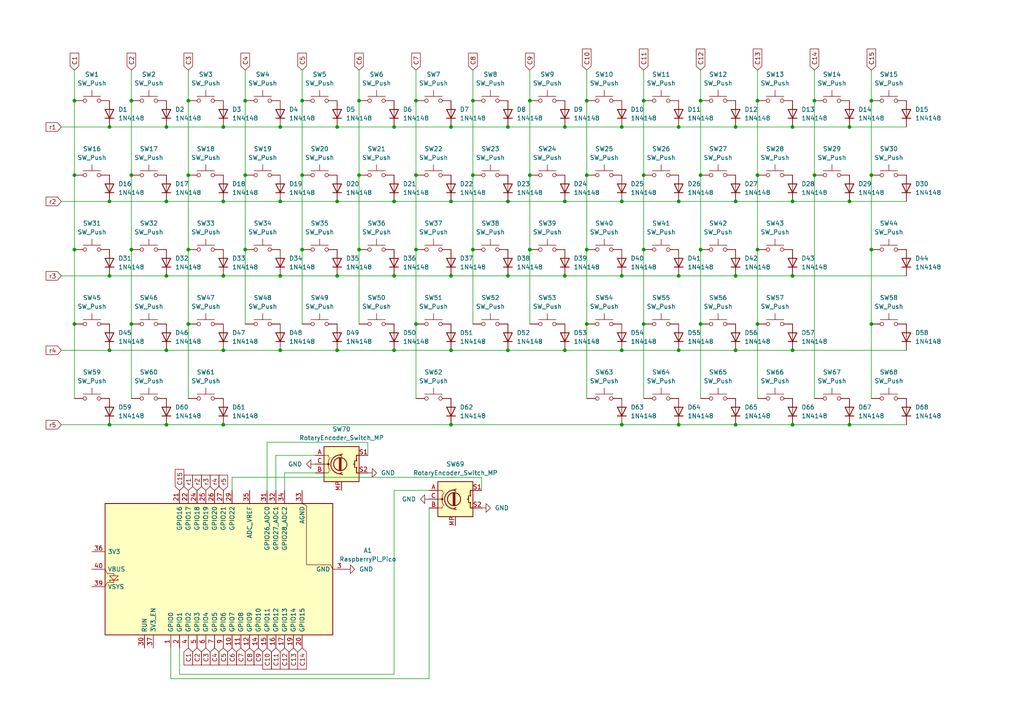
<source format=kicad_sch>
(kicad_sch (version 20250114) (generator "eeschema") (generator_version "9.0")
  (paper "A4")
  (junction (at 81.28 36.83))
  (junction (at 71.12 72.39))
  (junction (at 120.65 29.21))
  (junction (at 186.69 50.8))
  (junction (at 203.2 93.98))
  (junction (at 64.77 80.01))
  (junction (at 97.79 58.42))
  (junction (at 180.34 80.01))
  (junction (at 170.18 93.98))
  (junction (at 54.61 50.8))
  (junction (at 120.65 93.98))
  (junction (at 196.85 123.19))
  (junction (at 97.79 101.6))
  (junction (at 21.59 50.8))
  (junction (at 196.85 80.01))
  (junction (at 54.61 72.39))
  (junction (at 114.3 80.01))
  (junction (at 203.2 50.8))
  (junction (at 48.26 80.01))
  (junction (at 114.3 101.6))
  (junction (at 147.32 58.42))
  (junction (at 246.38 36.83))
  (junction (at 137.16 50.8))
  (junction (at 81.28 101.6))
  (junction (at 104.14 72.39))
  (junction (at 163.83 80.01))
  (junction (at 153.67 29.21))
  (junction (at 170.18 50.8))
  (junction (at 130.81 80.01))
  (junction (at 186.69 72.39))
  (junction (at 104.14 50.8))
  (junction (at 81.28 80.01))
  (junction (at 229.87 123.19))
  (junction (at 64.77 58.42))
  (junction (at 153.67 50.8))
  (junction (at 71.12 50.8))
  (junction (at 38.1 93.98))
  (junction (at 87.63 72.39))
  (junction (at 48.26 36.83))
  (junction (at 81.28 58.42))
  (junction (at 87.63 50.8))
  (junction (at 170.18 29.21))
  (junction (at 213.36 58.42))
  (junction (at 219.71 72.39))
  (junction (at 153.67 72.39))
  (junction (at 196.85 36.83))
  (junction (at 31.75 123.19))
  (junction (at 31.75 80.01))
  (junction (at 219.71 50.8))
  (junction (at 104.14 29.21))
  (junction (at 186.69 93.98))
  (junction (at 147.32 101.6))
  (junction (at 64.77 101.6))
  (junction (at 213.36 36.83))
  (junction (at 64.77 36.83))
  (junction (at 21.59 93.98))
  (junction (at 229.87 80.01))
  (junction (at 246.38 123.19))
  (junction (at 180.34 101.6))
  (junction (at 196.85 101.6))
  (junction (at 236.22 50.8))
  (junction (at 31.75 101.6))
  (junction (at 38.1 29.21))
  (junction (at 130.81 101.6))
  (junction (at 147.32 80.01))
  (junction (at 137.16 29.21))
  (junction (at 229.87 101.6))
  (junction (at 38.1 50.8))
  (junction (at 87.63 29.21))
  (junction (at 97.79 80.01))
  (junction (at 147.32 36.83))
  (junction (at 180.34 58.42))
  (junction (at 163.83 36.83))
  (junction (at 219.71 93.98))
  (junction (at 21.59 72.39))
  (junction (at 97.79 36.83))
  (junction (at 114.3 36.83))
  (junction (at 120.65 50.8))
  (junction (at 203.2 29.21))
  (junction (at 170.18 72.39))
  (junction (at 130.81 36.83))
  (junction (at 236.22 29.21))
  (junction (at 163.83 58.42))
  (junction (at 130.81 58.42))
  (junction (at 180.34 123.19))
  (junction (at 252.73 72.39))
  (junction (at 196.85 58.42))
  (junction (at 71.12 29.21))
  (junction (at 163.83 101.6))
  (junction (at 229.87 36.83))
  (junction (at 252.73 29.21))
  (junction (at 21.59 29.21))
  (junction (at 48.26 123.19))
  (junction (at 229.87 58.42))
  (junction (at 31.75 58.42))
  (junction (at 48.26 101.6))
  (junction (at 213.36 101.6))
  (junction (at 64.77 123.19))
  (junction (at 54.61 29.21))
  (junction (at 219.71 29.21))
  (junction (at 180.34 36.83))
  (junction (at 120.65 72.39))
  (junction (at 31.75 36.83))
  (junction (at 54.61 93.98))
  (junction (at 246.38 58.42))
  (junction (at 213.36 80.01))
  (junction (at 48.26 58.42))
  (junction (at 213.36 123.19))
  (junction (at 203.2 72.39))
  (junction (at 114.3 58.42))
  (junction (at 186.69 29.21))
  (junction (at 137.16 72.39))
  (junction (at 252.73 50.8))
  (junction (at 38.1 72.39))
  (junction (at 252.73 93.98))
  (junction (at 130.81 123.19))
  (wire (pts (xy 170.18 29.21) (xy 170.18 50.8)))
  (wire (pts (xy 246.38 58.42) (xy 262.89 58.42)))
  (wire (pts (xy 114.3 101.6) (xy 130.81 101.6)))
  (wire (pts (xy 48.26 101.6) (xy 64.77 101.6)))
  (wire (pts (xy 17.78 123.19) (xy 31.75 123.19)))
  (wire (pts (xy 31.75 80.01) (xy 48.26 80.01)))
  (wire (pts (xy 104.14 29.21) (xy 104.14 50.8)))
  (wire (pts (xy 49.53 187.96) (xy 49.53 196.85)))
  (wire (pts (xy 38.1 93.98) (xy 38.1 115.57)))
  (wire (pts (xy 219.71 20.32) (xy 219.71 29.21)))
  (wire (pts (xy 180.34 80.01) (xy 196.85 80.01)))
  (wire (pts (xy 38.1 20.32) (xy 38.1 29.21)))
  (wire (pts (xy 203.2 20.32) (xy 203.2 29.21)))
  (wire (pts (xy 64.77 80.01) (xy 81.28 80.01)))
  (wire (pts (xy 38.1 29.21) (xy 38.1 50.8)))
  (wire (pts (xy 186.69 50.8) (xy 186.69 72.39)))
  (wire (pts (xy 54.61 50.8) (xy 54.61 72.39)))
  (wire (pts (xy 31.75 123.19) (xy 48.26 123.19)))
  (wire (pts (xy 130.81 101.6) (xy 147.32 101.6)))
  (wire (pts (xy 38.1 50.8) (xy 38.1 72.39)))
  (wire (pts (xy 229.87 36.83) (xy 246.38 36.83)))
  (wire (pts (xy 170.18 72.39) (xy 170.18 93.98)))
  (wire (pts (xy 246.38 123.19) (xy 262.89 123.19)))
  (wire (pts (xy 71.12 50.8) (xy 71.12 72.39)))
  (wire (pts (xy 21.59 72.39) (xy 21.59 93.98)))
  (wire (pts (xy 97.79 80.01) (xy 114.3 80.01)))
  (wire (pts (xy 81.28 80.01) (xy 97.79 80.01)))
  (wire (pts (xy 120.65 20.32) (xy 120.65 29.21)))
  (wire (pts (xy 196.85 36.83) (xy 213.36 36.83)))
  (wire (pts (xy 137.16 50.8) (xy 137.16 72.39)))
  (wire (pts (xy 120.65 50.8) (xy 120.65 72.39)))
  (wire (pts (xy 64.77 123.19) (xy 130.81 123.19)))
  (wire (pts (xy 219.71 93.98) (xy 219.71 115.57)))
  (wire (pts (xy 31.75 101.6) (xy 48.26 101.6)))
  (wire (pts (xy 52.07 187.96) (xy 52.07 195.58)))
  (wire (pts (xy 82.55 137.16) (xy 82.55 142.24)))
  (wire (pts (xy 91.44 132.08) (xy 80.01 132.08)))
  (wire (pts (xy 97.79 36.83) (xy 114.3 36.83)))
  (wire (pts (xy 17.78 36.83) (xy 31.75 36.83)))
  (wire (pts (xy 130.81 58.42) (xy 147.32 58.42)))
  (wire (pts (xy 219.71 29.21) (xy 219.71 50.8)))
  (wire (pts (xy 147.32 80.01) (xy 163.83 80.01)))
  (wire (pts (xy 147.32 101.6) (xy 163.83 101.6)))
  (wire (pts (xy 54.61 29.21) (xy 54.61 50.8)))
  (wire (pts (xy 213.36 123.19) (xy 229.87 123.19)))
  (wire (pts (xy 64.77 36.83) (xy 81.28 36.83)))
  (wire (pts (xy 180.34 101.6) (xy 196.85 101.6)))
  (wire (pts (xy 163.83 80.01) (xy 180.34 80.01)))
  (wire (pts (xy 21.59 50.8) (xy 21.59 72.39)))
  (wire (pts (xy 170.18 93.98) (xy 170.18 115.57)))
  (wire (pts (xy 71.12 29.21) (xy 71.12 50.8)))
  (wire (pts (xy 163.83 58.42) (xy 180.34 58.42)))
  (wire (pts (xy 114.3 142.24) (xy 124.46 142.24)))
  (wire (pts (xy 213.36 80.01) (xy 229.87 80.01)))
  (wire (pts (xy 106.68 132.08) (xy 106.68 128.27)))
  (wire (pts (xy 54.61 93.98) (xy 54.61 115.57)))
  (wire (pts (xy 196.85 123.19) (xy 213.36 123.19)))
  (wire (pts (xy 170.18 20.32) (xy 170.18 29.21)))
  (wire (pts (xy 87.63 50.8) (xy 87.63 72.39)))
  (wire (pts (xy 48.26 123.19) (xy 64.77 123.19)))
  (wire (pts (xy 163.83 36.83) (xy 180.34 36.83)))
  (wire (pts (xy 153.67 29.21) (xy 153.67 50.8)))
  (wire (pts (xy 252.73 50.8) (xy 252.73 72.39)))
  (wire (pts (xy 153.67 72.39) (xy 153.67 93.98)))
  (wire (pts (xy 180.34 123.19) (xy 196.85 123.19)))
  (wire (pts (xy 106.68 128.27) (xy 77.47 128.27)))
  (wire (pts (xy 186.69 93.98) (xy 186.69 115.57)))
  (wire (pts (xy 246.38 36.83) (xy 262.89 36.83)))
  (wire (pts (xy 104.14 50.8) (xy 104.14 72.39)))
  (wire (pts (xy 87.63 20.32) (xy 87.63 29.21)))
  (wire (pts (xy 196.85 101.6) (xy 213.36 101.6)))
  (wire (pts (xy 229.87 123.19) (xy 246.38 123.19)))
  (wire (pts (xy 124.46 196.85) (xy 124.46 147.32)))
  (wire (pts (xy 21.59 29.21) (xy 21.59 50.8)))
  (wire (pts (xy 196.85 58.42) (xy 213.36 58.42)))
  (wire (pts (xy 77.47 128.27) (xy 77.47 142.24)))
  (wire (pts (xy 17.78 80.01) (xy 31.75 80.01)))
  (wire (pts (xy 252.73 29.21) (xy 252.73 50.8)))
  (wire (pts (xy 252.73 20.32) (xy 252.73 29.21)))
  (wire (pts (xy 104.14 72.39) (xy 104.14 93.98)))
  (wire (pts (xy 252.73 72.39) (xy 252.73 93.98)))
  (wire (pts (xy 87.63 72.39) (xy 87.63 93.98)))
  (wire (pts (xy 163.83 101.6) (xy 180.34 101.6)))
  (wire (pts (xy 196.85 80.01) (xy 213.36 80.01)))
  (wire (pts (xy 31.75 58.42) (xy 48.26 58.42)))
  (wire (pts (xy 114.3 36.83) (xy 130.81 36.83)))
  (wire (pts (xy 52.07 195.58) (xy 114.3 195.58)))
  (wire (pts (xy 139.7 138.43) (xy 67.31 138.43)))
  (wire (pts (xy 236.22 29.21) (xy 236.22 50.8)))
  (wire (pts (xy 213.36 36.83) (xy 229.87 36.83)))
  (wire (pts (xy 252.73 93.98) (xy 252.73 115.57)))
  (wire (pts (xy 180.34 58.42) (xy 196.85 58.42)))
  (wire (pts (xy 120.65 72.39) (xy 120.65 93.98)))
  (wire (pts (xy 153.67 20.32) (xy 153.67 29.21)))
  (wire (pts (xy 67.31 138.43) (xy 67.31 142.24)))
  (wire (pts (xy 54.61 72.39) (xy 54.61 93.98)))
  (wire (pts (xy 48.26 80.01) (xy 64.77 80.01)))
  (wire (pts (xy 219.71 72.39) (xy 219.71 93.98)))
  (wire (pts (xy 64.77 58.42) (xy 81.28 58.42)))
  (wire (pts (xy 80.01 132.08) (xy 80.01 142.24)))
  (wire (pts (xy 153.67 50.8) (xy 153.67 72.39)))
  (wire (pts (xy 137.16 72.39) (xy 137.16 93.98)))
  (wire (pts (xy 219.71 50.8) (xy 219.71 72.39)))
  (wire (pts (xy 81.28 58.42) (xy 97.79 58.42)))
  (wire (pts (xy 236.22 50.8) (xy 236.22 115.57)))
  (wire (pts (xy 114.3 195.58) (xy 114.3 142.24)))
  (wire (pts (xy 120.65 93.98) (xy 120.65 115.57)))
  (wire (pts (xy 147.32 58.42) (xy 163.83 58.42)))
  (wire (pts (xy 81.28 101.6) (xy 97.79 101.6)))
  (wire (pts (xy 48.26 58.42) (xy 64.77 58.42)))
  (wire (pts (xy 203.2 72.39) (xy 203.2 93.98)))
  (wire (pts (xy 71.12 20.32) (xy 71.12 29.21)))
  (wire (pts (xy 130.81 80.01) (xy 147.32 80.01)))
  (wire (pts (xy 71.12 72.39) (xy 71.12 93.98)))
  (wire (pts (xy 48.26 36.83) (xy 64.77 36.83)))
  (wire (pts (xy 130.81 123.19) (xy 180.34 123.19)))
  (wire (pts (xy 54.61 20.32) (xy 54.61 29.21)))
  (wire (pts (xy 91.44 137.16) (xy 82.55 137.16)))
  (wire (pts (xy 64.77 101.6) (xy 81.28 101.6)))
  (wire (pts (xy 213.36 101.6) (xy 229.87 101.6)))
  (wire (pts (xy 31.75 36.83) (xy 48.26 36.83)))
  (wire (pts (xy 236.22 20.32) (xy 236.22 29.21)))
  (wire (pts (xy 213.36 58.42) (xy 229.87 58.42)))
  (wire (pts (xy 229.87 80.01) (xy 262.89 80.01)))
  (wire (pts (xy 137.16 29.21) (xy 137.16 50.8)))
  (wire (pts (xy 186.69 72.39) (xy 186.69 93.98)))
  (wire (pts (xy 87.63 29.21) (xy 87.63 50.8)))
  (wire (pts (xy 130.81 36.83) (xy 147.32 36.83)))
  (wire (pts (xy 203.2 29.21) (xy 203.2 50.8)))
  (wire (pts (xy 186.69 29.21) (xy 186.69 50.8)))
  (wire (pts (xy 104.14 20.32) (xy 104.14 29.21)))
  (wire (pts (xy 114.3 58.42) (xy 130.81 58.42)))
  (wire (pts (xy 21.59 93.98) (xy 21.59 115.57)))
  (wire (pts (xy 120.65 29.21) (xy 120.65 50.8)))
  (wire (pts (xy 170.18 50.8) (xy 170.18 72.39)))
  (wire (pts (xy 97.79 101.6) (xy 114.3 101.6)))
  (wire (pts (xy 147.32 36.83) (xy 163.83 36.83)))
  (wire (pts (xy 137.16 20.32) (xy 137.16 29.21)))
  (wire (pts (xy 49.53 196.85) (xy 124.46 196.85)))
  (wire (pts (xy 180.34 36.83) (xy 196.85 36.83)))
  (wire (pts (xy 97.79 58.42) (xy 114.3 58.42)))
  (wire (pts (xy 229.87 58.42) (xy 246.38 58.42)))
  (wire (pts (xy 21.59 20.32) (xy 21.59 29.21)))
  (wire (pts (xy 203.2 93.98) (xy 203.2 115.57)))
  (wire (pts (xy 17.78 101.6) (xy 31.75 101.6)))
  (wire (pts (xy 139.7 142.24) (xy 139.7 138.43)))
  (wire (pts (xy 17.78 58.42) (xy 31.75 58.42)))
  (wire (pts (xy 186.69 20.32) (xy 186.69 29.21)))
  (wire (pts (xy 81.28 36.83) (xy 97.79 36.83)))
  (wire (pts (xy 229.87 101.6) (xy 262.89 101.6)))
  (wire (pts (xy 114.3 80.01) (xy 130.81 80.01)))
  (wire (pts (xy 203.2 50.8) (xy 203.2 72.39)))
  (wire (pts (xy 38.1 72.39) (xy 38.1 93.98)))
  (global_label "C6" (shape input) (at 67.31 187.96 270) (property "Intersheetrefs" "${INTERSHEET_REFS}" (effects (hide yes))))
  (global_label "C5" (shape input) (at 64.77 187.96 270) (property "Intersheetrefs" "${INTERSHEET_REFS}" (effects (hide yes))))
  (global_label "C8" (shape input) (at 137.16 20.32 90) (property "Intersheetrefs" "${INTERSHEET_REFS}" (effects (hide yes))))
  (global_label "C4" (shape input) (at 71.12 20.32 90) (property "Intersheetrefs" "${INTERSHEET_REFS}" (effects (hide yes))))
  (global_label "C10" (shape input) (at 77.47 187.96 270) (property "Intersheetrefs" "${INTERSHEET_REFS}" (effects (hide yes))))
  (global_label "r2" (shape input) (at 57.15 142.24 90) (property "Intersheetrefs" "${INTERSHEET_REFS}" (effects (hide yes))))
  (global_label "C1" (shape input) (at 54.61 187.96 270) (property "Intersheetrefs" "${INTERSHEET_REFS}" (effects (hide yes))))
  (global_label "r3" (shape input) (at 17.78 80.01 180) (property "Intersheetrefs" "${INTERSHEET_REFS}" (effects (hide yes))))
  (global_label "r4" (shape input) (at 62.23 142.24 90) (property "Intersheetrefs" "${INTERSHEET_REFS}" (effects (hide yes))))
  (global_label "C7" (shape input) (at 120.65 20.32 90) (property "Intersheetrefs" "${INTERSHEET_REFS}" (effects (hide yes))))
  (global_label "C13" (shape input) (at 85.09 187.96 270) (property "Intersheetrefs" "${INTERSHEET_REFS}" (effects (hide yes))))
  (global_label "C14" (shape input) (at 87.63 187.96 270) (property "Intersheetrefs" "${INTERSHEET_REFS}" (effects (hide yes))))
  (global_label "C1" (shape input) (at 21.59 20.32 90) (property "Intersheetrefs" "${INTERSHEET_REFS}" (effects (hide yes))))
  (global_label "r5" (shape input) (at 17.78 123.19 180) (property "Intersheetrefs" "${INTERSHEET_REFS}" (effects (hide yes))))
  (global_label "C2" (shape input) (at 38.1 20.32 90) (property "Intersheetrefs" "${INTERSHEET_REFS}" (effects (hide yes))))
  (global_label "r1" (shape input) (at 54.61 142.24 90) (property "Intersheetrefs" "${INTERSHEET_REFS}" (effects (hide yes))))
  (global_label "C11" (shape input) (at 80.01 187.96 270) (property "Intersheetrefs" "${INTERSHEET_REFS}" (effects (hide yes))))
  (global_label "C9" (shape input) (at 74.93 187.96 270) (property "Intersheetrefs" "${INTERSHEET_REFS}" (effects (hide yes))))
  (global_label "r1" (shape input) (at 17.78 36.83 180) (property "Intersheetrefs" "${INTERSHEET_REFS}" (effects (hide yes))))
  (global_label "C14" (shape input) (at 236.22 20.32 90) (property "Intersheetrefs" "${INTERSHEET_REFS}" (effects (hide yes))))
  (global_label "C13" (shape input) (at 219.71 20.32 90) (property "Intersheetrefs" "${INTERSHEET_REFS}" (effects (hide yes))))
  (global_label "r2" (shape input) (at 17.78 58.42 180) (property "Intersheetrefs" "${INTERSHEET_REFS}" (effects (hide yes))))
  (global_label "C10" (shape input) (at 170.18 20.32 90) (property "Intersheetrefs" "${INTERSHEET_REFS}" (effects (hide yes))))
  (global_label "C6" (shape input) (at 104.14 20.32 90) (property "Intersheetrefs" "${INTERSHEET_REFS}" (effects (hide yes))))
  (global_label "C12" (shape input) (at 203.2 20.32 90) (property "Intersheetrefs" "${INTERSHEET_REFS}" (effects (hide yes))))
  (global_label "C12" (shape input) (at 82.55 187.96 270) (property "Intersheetrefs" "${INTERSHEET_REFS}" (effects (hide yes))))
  (global_label "C5" (shape input) (at 87.63 20.32 90) (property "Intersheetrefs" "${INTERSHEET_REFS}" (effects (hide yes))))
  (global_label "C3" (shape input) (at 54.61 20.32 90) (property "Intersheetrefs" "${INTERSHEET_REFS}" (effects (hide yes))))
  (global_label "C11" (shape input) (at 186.69 20.32 90) (property "Intersheetrefs" "${INTERSHEET_REFS}" (effects (hide yes))))
  (global_label "C9" (shape input) (at 153.67 20.32 90) (property "Intersheetrefs" "${INTERSHEET_REFS}" (effects (hide yes))))
  (global_label "r5" (shape input) (at 64.77 142.24 90) (property "Intersheetrefs" "${INTERSHEET_REFS}" (effects (hide yes))))
  (global_label "C15" (shape input) (at 252.73 20.32 90) (property "Intersheetrefs" "${INTERSHEET_REFS}" (effects (hide yes))))
  (global_label "C8" (shape input) (at 72.39 187.96 270) (property "Intersheetrefs" "${INTERSHEET_REFS}" (effects (hide yes))))
  (global_label "r4" (shape input) (at 17.78 101.6 180) (property "Intersheetrefs" "${INTERSHEET_REFS}" (effects (hide yes))))
  (global_label "r3" (shape input) (at 59.69 142.24 90) (property "Intersheetrefs" "${INTERSHEET_REFS}" (effects (hide yes))))
  (global_label "C7" (shape input) (at 69.85 187.96 270) (property "Intersheetrefs" "${INTERSHEET_REFS}" (effects (hide yes))))
  (global_label "C4" (shape input) (at 62.23 187.96 270) (property "Intersheetrefs" "${INTERSHEET_REFS}" (effects (hide yes))))
  (global_label "C15" (shape input) (at 52.07 142.24 90) (property "Intersheetrefs" "${INTERSHEET_REFS}" (effects (hide yes))))
  (global_label "C3" (shape input) (at 59.69 187.96 270) (property "Intersheetrefs" "${INTERSHEET_REFS}" (effects (hide yes))))
  (global_label "C2" (shape input) (at 57.15 187.96 270) (property "Intersheetrefs" "${INTERSHEET_REFS}" (effects (hide yes))))
  (symbol (lib_id "Diode:1N4148") (at 262.89 54.61 90) (unit 1)
    (property "Reference" "D30" (at 265.43 53.3399 90) (effects (justify right)))
    (property "Value" "1N4148" (at 265.43 55.8799 90) (effects (justify right)))
    (property "Footprint" "Diode_THT:D_DO-35_SOD27_P7.62mm_Horizontal" (effects (hide yes)))
    (property "Datasheet" "https://assets.nexperia.com/documents/data-sheet/1N4148_1N4448.pdf" (effects (hide yes)))
    (property "Description" "100V 0.15A standard switching diode, DO-35" (effects (hide yes)))
    (property "Sim.Device" "D" (effects (hide yes)))
    (property "Sim.Pins" "1=K 2=A" (effects (hide yes)))
  )
  (symbol (lib_id "Diode:1N4148") (at 262.89 97.79 90) (unit 1)
    (property "Reference" "D58" (at 265.43 96.5199 90) (effects (justify right)))
    (property "Value" "1N4148" (at 265.43 99.0599 90) (effects (justify right)))
    (property "Footprint" "Diode_THT:D_DO-35_SOD27_P7.62mm_Horizontal" (effects (hide yes)))
    (property "Datasheet" "https://assets.nexperia.com/documents/data-sheet/1N4148_1N4448.pdf" (effects (hide yes)))
    (property "Description" "100V 0.15A standard switching diode, DO-35" (effects (hide yes)))
    (property "Sim.Device" "D" (effects (hide yes)))
    (property "Sim.Pins" "1=K 2=A" (effects (hide yes)))
  )
  (symbol (lib_id "Diode:1N4148") (at 180.34 54.61 90) (unit 1)
    (property "Reference" "D25" (at 182.88 53.3399 90) (effects (justify right)))
    (property "Value" "1N4148" (at 182.88 55.8799 90) (effects (justify right)))
    (property "Footprint" "Diode_THT:D_DO-35_SOD27_P7.62mm_Horizontal" (effects (hide yes)))
    (property "Datasheet" "https://assets.nexperia.com/documents/data-sheet/1N4148_1N4448.pdf" (effects (hide yes)))
    (property "Description" "100V 0.15A standard switching diode, DO-35" (effects (hide yes)))
    (property "Sim.Device" "D" (effects (hide yes)))
    (property "Sim.Pins" "1=K 2=A" (effects (hide yes)))
  )
  (symbol (lib_id "Switch:SW_Push") (at 191.77 72.39 0) (unit 1)
    (property "Reference" "SW41" (at 191.77 64.77 0))
    (property "Value" "SW_Push" (at 191.77 67.31 0))
    (property "Footprint" "Button_Switch_Keyboard:SW_Cherry_MX_1.00u_PCB_Sharon" (effects (hide yes)))
    (property "Description" "Push button switch, generic, two pins" (effects (hide yes)))
  )
  (symbol (lib_id "Switch:SW_Push") (at 191.77 115.57 0) (unit 1)
    (property "Reference" "SW64" (at 191.77 107.95 0))
    (property "Value" "SW_Push" (at 191.77 110.49 0))
    (property "Footprint" "Button_Switch_Keyboard:SW_Cherry_MX_1.00u_PCB_Sharon" (effects (hide yes)))
    (property "Description" "Push button switch, generic, two pins" (effects (hide yes)))
  )
  (symbol (lib_id "Diode:1N4148") (at 114.3 33.02 90) (unit 1)
    (property "Reference" "D6" (at 116.84 31.7499 90) (effects (justify right)))
    (property "Value" "1N4148" (at 116.84 34.2899 90) (effects (justify right)))
    (property "Footprint" "Diode_THT:D_DO-35_SOD27_P7.62mm_Horizontal" (effects (hide yes)))
    (property "Datasheet" "https://assets.nexperia.com/documents/data-sheet/1N4148_1N4448.pdf" (effects (hide yes)))
    (property "Description" "100V 0.15A standard switching diode, DO-35" (effects (hide yes)))
    (property "Sim.Device" "D" (effects (hide yes)))
    (property "Sim.Pins" "1=K 2=A" (effects (hide yes)))
  )
  (symbol (lib_id "Switch:SW_Push") (at 43.18 72.39 0) (unit 1)
    (property "Reference" "SW32" (at 43.18 64.77 0))
    (property "Value" "SW_Push" (at 43.18 67.31 0))
    (property "Footprint" "Button_Switch_Keyboard:SW_Cherry_MX_1.00u_PCB_Sharon" (effects (hide yes)))
    (property "Description" "Push button switch, generic, two pins" (effects (hide yes)))
  )
  (symbol (lib_id "Switch:SW_Push") (at 92.71 72.39 0) (unit 1)
    (property "Reference" "SW35" (at 92.71 64.77 0))
    (property "Value" "SW_Push" (at 92.71 67.31 0))
    (property "Footprint" "Button_Switch_Keyboard:SW_Cherry_MX_1.00u_PCB_Sharon" (effects (hide yes)))
    (property "Description" "Push button switch, generic, two pins" (effects (hide yes)))
  )
  (symbol (lib_id "Switch:SW_Push") (at 142.24 72.39 0) (unit 1)
    (property "Reference" "SW38" (at 142.24 64.77 0))
    (property "Value" "SW_Push" (at 142.24 67.31 0))
    (property "Footprint" "Button_Switch_Keyboard:SW_Cherry_MX_1.00u_PCB_Sharon" (effects (hide yes)))
    (property "Description" "Push button switch, generic, two pins" (effects (hide yes)))
  )
  (symbol (lib_id "Diode:1N4148") (at 229.87 54.61 90) (unit 1)
    (property "Reference" "D28" (at 232.41 53.3399 90) (effects (justify right)))
    (property "Value" "1N4148" (at 232.41 55.8799 90) (effects (justify right)))
    (property "Footprint" "Diode_THT:D_DO-35_SOD27_P7.62mm_Horizontal" (effects (hide yes)))
    (property "Datasheet" "https://assets.nexperia.com/documents/data-sheet/1N4148_1N4448.pdf" (effects (hide yes)))
    (property "Description" "100V 0.15A standard switching diode, DO-35" (effects (hide yes)))
    (property "Sim.Device" "D" (effects (hide yes)))
    (property "Sim.Pins" "1=K 2=A" (effects (hide yes)))
  )
  (symbol (lib_id "Diode:1N4148") (at 213.36 76.2 90) (unit 1)
    (property "Reference" "D42" (at 215.9 74.9299 90) (effects (justify right)))
    (property "Value" "1N4148" (at 215.9 77.4699 90) (effects (justify right)))
    (property "Footprint" "Diode_THT:D_DO-35_SOD27_P7.62mm_Horizontal" (effects (hide yes)))
    (property "Datasheet" "https://assets.nexperia.com/documents/data-sheet/1N4148_1N4448.pdf" (effects (hide yes)))
    (property "Description" "100V 0.15A standard switching diode, DO-35" (effects (hide yes)))
    (property "Sim.Device" "D" (effects (hide yes)))
    (property "Sim.Pins" "1=K 2=A" (effects (hide yes)))
  )
  (symbol (lib_id "Switch:SW_Push") (at 125.73 50.8 0) (unit 1)
    (property "Reference" "SW22" (at 125.73 43.18 0))
    (property "Value" "SW_Push" (at 125.73 45.72 0))
    (property "Footprint" "Button_Switch_Keyboard:SW_Cherry_MX_1.00u_PCB_Sharon" (effects (hide yes)))
    (property "Description" "Push button switch, generic, two pins" (effects (hide yes)))
  )
  (symbol (lib_id "Diode:1N4148") (at 81.28 54.61 90) (unit 1)
    (property "Reference" "D19" (at 83.82 53.3399 90) (effects (justify right)))
    (property "Value" "1N4148" (at 83.82 55.8799 90) (effects (justify right)))
    (property "Footprint" "Diode_THT:D_DO-35_SOD27_P7.62mm_Horizontal" (effects (hide yes)))
    (property "Datasheet" "https://assets.nexperia.com/documents/data-sheet/1N4148_1N4448.pdf" (effects (hide yes)))
    (property "Description" "100V 0.15A standard switching diode, DO-35" (effects (hide yes)))
    (property "Sim.Device" "D" (effects (hide yes)))
    (property "Sim.Pins" "1=K 2=A" (effects (hide yes)))
  )
  (symbol (lib_id "Diode:1N4148") (at 147.32 54.61 90) (unit 1)
    (property "Reference" "D23" (at 149.86 53.3399 90) (effects (justify right)))
    (property "Value" "1N4148" (at 149.86 55.8799 90) (effects (justify right)))
    (property "Footprint" "Diode_THT:D_DO-35_SOD27_P7.62mm_Horizontal" (effects (hide yes)))
    (property "Datasheet" "https://assets.nexperia.com/documents/data-sheet/1N4148_1N4448.pdf" (effects (hide yes)))
    (property "Description" "100V 0.15A standard switching diode, DO-35" (effects (hide yes)))
    (property "Sim.Device" "D" (effects (hide yes)))
    (property "Sim.Pins" "1=K 2=A" (effects (hide yes)))
  )
  (symbol (lib_id "Switch:SW_Push") (at 224.79 29.21 0) (unit 1)
    (property "Reference" "SW13" (at 224.79 21.59 0))
    (property "Value" "SW_Push" (at 224.79 24.13 0))
    (property "Footprint" "Button_Switch_Keyboard:SW_Cherry_MX_1.00u_PCB_Sharon" (effects (hide yes)))
    (property "Description" "Push button switch, generic, two pins" (effects (hide yes)))
  )
  (symbol (lib_id "Diode:1N4148") (at 229.87 76.2 90) (unit 1)
    (property "Reference" "D43" (at 232.41 74.9299 90) (effects (justify right)))
    (property "Value" "1N4148" (at 232.41 77.4699 90) (effects (justify right)))
    (property "Footprint" "Diode_THT:D_DO-35_SOD27_P7.62mm_Horizontal" (effects (hide yes)))
    (property "Datasheet" "https://assets.nexperia.com/documents/data-sheet/1N4148_1N4448.pdf" (effects (hide yes)))
    (property "Description" "100V 0.15A standard switching diode, DO-35" (effects (hide yes)))
    (property "Sim.Device" "D" (effects (hide yes)))
    (property "Sim.Pins" "1=K 2=A" (effects (hide yes)))
  )
  (symbol (lib_id "Switch:SW_Push") (at 175.26 72.39 0) (unit 1)
    (property "Reference" "SW40" (at 175.26 64.77 0))
    (property "Value" "SW_Push" (at 175.26 67.31 0))
    (property "Footprint" "Button_Switch_Keyboard:SW_Cherry_MX_1.00u_PCB_Sharon" (effects (hide yes)))
    (property "Description" "Push button switch, generic, two pins" (effects (hide yes)))
  )
  (symbol (lib_id "Diode:1N4148") (at 31.75 33.02 90) (unit 1)
    (property "Reference" "D1" (at 34.29 31.7499 90) (effects (justify right)))
    (property "Value" "1N4148" (at 34.29 34.2899 90) (effects (justify right)))
    (property "Footprint" "Diode_THT:D_DO-35_SOD27_P7.62mm_Horizontal" (effects (hide yes)))
    (property "Datasheet" "https://assets.nexperia.com/documents/data-sheet/1N4148_1N4448.pdf" (effects (hide yes)))
    (property "Description" "100V 0.15A standard switching diode, DO-35" (effects (hide yes)))
    (property "Sim.Device" "D" (effects (hide yes)))
    (property "Sim.Pins" "1=K 2=A" (effects (hide yes)))
  )
  (symbol (lib_id "Diode:1N4148") (at 213.36 97.79 90) (unit 1)
    (property "Reference" "D56" (at 215.9 96.5199 90) (effects (justify right)))
    (property "Value" "1N4148" (at 215.9 99.0599 90) (effects (justify right)))
    (property "Footprint" "Diode_THT:D_DO-35_SOD27_P7.62mm_Horizontal" (effects (hide yes)))
    (property "Datasheet" "https://assets.nexperia.com/documents/data-sheet/1N4148_1N4448.pdf" (effects (hide yes)))
    (property "Description" "100V 0.15A standard switching diode, DO-35" (effects (hide yes)))
    (property "Sim.Device" "D" (effects (hide yes)))
    (property "Sim.Pins" "1=K 2=A" (effects (hide yes)))
  )
  (symbol (lib_id "Diode:1N4148") (at 97.79 76.2 90) (unit 1)
    (property "Reference" "D35" (at 100.33 74.9299 90) (effects (justify right)))
    (property "Value" "1N4148" (at 100.33 77.4699 90) (effects (justify right)))
    (property "Footprint" "Diode_THT:D_DO-35_SOD27_P7.62mm_Horizontal" (effects (hide yes)))
    (property "Datasheet" "https://assets.nexperia.com/documents/data-sheet/1N4148_1N4448.pdf" (effects (hide yes)))
    (property "Description" "100V 0.15A standard switching diode, DO-35" (effects (hide yes)))
    (property "Sim.Device" "D" (effects (hide yes)))
    (property "Sim.Pins" "1=K 2=A" (effects (hide yes)))
  )
  (symbol (lib_id "Diode:1N4148") (at 130.81 76.2 90) (unit 1)
    (property "Reference" "D37" (at 133.35 74.9299 90) (effects (justify right)))
    (property "Value" "1N4148" (at 133.35 77.4699 90) (effects (justify right)))
    (property "Footprint" "Diode_THT:D_DO-35_SOD27_P7.62mm_Horizontal" (effects (hide yes)))
    (property "Datasheet" "https://assets.nexperia.com/documents/data-sheet/1N4148_1N4448.pdf" (effects (hide yes)))
    (property "Description" "100V 0.15A standard switching diode, DO-35" (effects (hide yes)))
    (property "Sim.Device" "D" (effects (hide yes)))
    (property "Sim.Pins" "1=K 2=A" (effects (hide yes)))
  )
  (symbol (lib_id "Diode:1N4148") (at 196.85 76.2 90) (unit 1)
    (property "Reference" "D41" (at 199.39 74.9299 90) (effects (justify right)))
    (property "Value" "1N4148" (at 199.39 77.4699 90) (effects (justify right)))
    (property "Footprint" "Diode_THT:D_DO-35_SOD27_P7.62mm_Horizontal" (effects (hide yes)))
    (property "Datasheet" "https://assets.nexperia.com/documents/data-sheet/1N4148_1N4448.pdf" (effects (hide yes)))
    (property "Description" "100V 0.15A standard switching diode, DO-35" (effects (hide yes)))
    (property "Sim.Device" "D" (effects (hide yes)))
    (property "Sim.Pins" "1=K 2=A" (effects (hide yes)))
  )
  (symbol (lib_id "Switch:SW_Push") (at 208.28 115.57 0) (unit 1)
    (property "Reference" "SW65" (at 208.28 107.95 0))
    (property "Value" "SW_Push" (at 208.28 110.49 0))
    (property "Footprint" "Button_Switch_Keyboard:SW_Cherry_MX_1.00u_PCB_Sharon" (effects (hide yes)))
    (property "Description" "Push button switch, generic, two pins" (effects (hide yes)))
  )
  (symbol (lib_id "Switch:SW_Push") (at 158.75 72.39 0) (unit 1)
    (property "Reference" "SW39" (at 158.75 64.77 0))
    (property "Value" "SW_Push" (at 158.75 67.31 0))
    (property "Footprint" "Button_Switch_Keyboard:SW_Cherry_MX_1.00u_PCB_Sharon" (effects (hide yes)))
    (property "Description" "Push button switch, generic, two pins" (effects (hide yes)))
  )
  (symbol (lib_id "Switch:SW_Push") (at 59.69 93.98 0) (unit 1)
    (property "Reference" "SW47" (at 59.69 86.36 0))
    (property "Value" "SW_Push" (at 59.69 88.9 0))
    (property "Footprint" "Button_Switch_Keyboard:SW_Cherry_MX_1.00u_PCB_Sharon" (effects (hide yes)))
    (property "Description" "Push button switch, generic, two pins" (effects (hide yes)))
  )
  (symbol (lib_id "Switch:SW_Push") (at 224.79 93.98 0) (unit 1)
    (property "Reference" "SW57" (at 224.79 86.36 0))
    (property "Value" "SW_Push" (at 224.79 88.9 0))
    (property "Footprint" "Button_Switch_Keyboard:SW_Cherry_MX_1.00u_PCB_Sharon" (effects (hide yes)))
    (property "Description" "Push button switch, generic, two pins" (effects (hide yes)))
  )
  (symbol (lib_id "Switch:SW_Push") (at 109.22 29.21 0) (unit 1)
    (property "Reference" "SW6" (at 109.22 21.59 0))
    (property "Value" "SW_Push" (at 109.22 24.13 0))
    (property "Footprint" "Button_Switch_Keyboard:SW_Cherry_MX_1.00u_PCB_Sharon" (effects (hide yes)))
    (property "Description" "Push button switch, generic, two pins" (effects (hide yes)))
  )
  (symbol (lib_id "Switch:SW_Push") (at 125.73 29.21 0) (unit 1)
    (property "Reference" "SW7" (at 125.73 21.59 0))
    (property "Value" "SW_Push" (at 125.73 24.13 0))
    (property "Footprint" "Button_Switch_Keyboard:SW_Cherry_MX_1.00u_PCB_Sharon" (effects (hide yes)))
    (property "Description" "Push button switch, generic, two pins" (effects (hide yes)))
  )
  (symbol (lib_id "Switch:SW_Push") (at 191.77 29.21 0) (unit 1)
    (property "Reference" "SW11" (at 191.77 21.59 0))
    (property "Value" "SW_Push" (at 191.77 24.13 0))
    (property "Footprint" "Button_Switch_Keyboard:SW_Cherry_MX_1.00u_PCB_Sharon" (effects (hide yes)))
    (property "Description" "Push button switch, generic, two pins" (effects (hide yes)))
  )
  (symbol (lib_id "Diode:1N4148") (at 81.28 97.79 90) (unit 1)
    (property "Reference" "D48" (at 83.82 96.5199 90) (effects (justify right)))
    (property "Value" "1N4148" (at 83.82 99.0599 90) (effects (justify right)))
    (property "Footprint" "Diode_THT:D_DO-35_SOD27_P7.62mm_Horizontal" (effects (hide yes)))
    (property "Datasheet" "https://assets.nexperia.com/documents/data-sheet/1N4148_1N4448.pdf" (effects (hide yes)))
    (property "Description" "100V 0.15A standard switching diode, DO-35" (effects (hide yes)))
    (property "Sim.Device" "D" (effects (hide yes)))
    (property "Sim.Pins" "1=K 2=A" (effects (hide yes)))
  )
  (symbol (lib_id "Switch:SW_Push") (at 43.18 115.57 0) (unit 1)
    (property "Reference" "SW60" (at 43.18 107.95 0))
    (property "Value" "SW_Push" (at 43.18 110.49 0))
    (property "Footprint" "Button_Switch_Keyboard:SW_Cherry_MX_1.00u_PCB_Sharon" (effects (hide yes)))
    (property "Description" "Push button switch, generic, two pins" (effects (hide yes)))
  )
  (symbol (lib_id "Diode:1N4148") (at 130.81 54.61 90) (unit 1)
    (property "Reference" "D22" (at 133.35 53.3399 90) (effects (justify right)))
    (property "Value" "1N4148" (at 133.35 55.8799 90) (effects (justify right)))
    (property "Footprint" "Diode_THT:D_DO-35_SOD27_P7.62mm_Horizontal" (effects (hide yes)))
    (property "Datasheet" "https://assets.nexperia.com/documents/data-sheet/1N4148_1N4448.pdf" (effects (hide yes)))
    (property "Description" "100V 0.15A standard switching diode, DO-35" (effects (hide yes)))
    (property "Sim.Device" "D" (effects (hide yes)))
    (property "Sim.Pins" "1=K 2=A" (effects (hide yes)))
  )
  (symbol (lib_id "Diode:1N4148") (at 64.77 119.38 90) (unit 1)
    (property "Reference" "D61" (at 67.31 118.1099 90) (effects (justify right)))
    (property "Value" "1N4148" (at 67.31 120.6499 90) (effects (justify right)))
    (property "Footprint" "Diode_THT:D_DO-35_SOD27_P7.62mm_Horizontal" (effects (hide yes)))
    (property "Datasheet" "https://assets.nexperia.com/documents/data-sheet/1N4148_1N4448.pdf" (effects (hide yes)))
    (property "Description" "100V 0.15A standard switching diode, DO-35" (effects (hide yes)))
    (property "Sim.Device" "D" (effects (hide yes)))
    (property "Sim.Pins" "1=K 2=A" (effects (hide yes)))
  )
  (symbol (lib_id "Switch:SW_Push") (at 26.67 72.39 0) (unit 1)
    (property "Reference" "SW31" (at 26.67 64.77 0))
    (property "Value" "SW_Push" (at 26.67 67.31 0))
    (property "Footprint" "Button_Switch_Keyboard:SW_Cherry_MX_1.00u_PCB_Sharon" (effects (hide yes)))
    (property "Description" "Push button switch, generic, two pins" (effects (hide yes)))
  )
  (symbol (lib_id "Switch:SW_Push") (at 76.2 72.39 0) (unit 1)
    (property "Reference" "SW34" (at 76.2 64.77 0))
    (property "Value" "SW_Push" (at 76.2 67.31 0))
    (property "Footprint" "Button_Switch_Keyboard:SW_Cherry_MX_1.00u_PCB_Sharon" (effects (hide yes)))
    (property "Description" "Push button switch, generic, two pins" (effects (hide yes)))
  )
  (symbol (lib_id "Diode:1N4148") (at 196.85 33.02 90) (unit 1)
    (property "Reference" "D11" (at 199.39 31.7499 90) (effects (justify right)))
    (property "Value" "1N4148" (at 199.39 34.2899 90) (effects (justify right)))
    (property "Footprint" "Diode_THT:D_DO-35_SOD27_P7.62mm_Horizontal" (effects (hide yes)))
    (property "Datasheet" "https://assets.nexperia.com/documents/data-sheet/1N4148_1N4448.pdf" (effects (hide yes)))
    (property "Description" "100V 0.15A standard switching diode, DO-35" (effects (hide yes)))
    (property "Sim.Device" "D" (effects (hide yes)))
    (property "Sim.Pins" "1=K 2=A" (effects (hide yes)))
  )
  (symbol (lib_id "Diode:1N4148") (at 262.89 119.38 90) (unit 1)
    (property "Reference" "D68" (at 265.43 118.1099 90) (effects (justify right)))
    (property "Value" "1N4148" (at 265.43 120.6499 90) (effects (justify right)))
    (property "Footprint" "Diode_THT:D_DO-35_SOD27_P7.62mm_Horizontal" (effects (hide yes)))
    (property "Datasheet" "https://assets.nexperia.com/documents/data-sheet/1N4148_1N4448.pdf" (effects (hide yes)))
    (property "Description" "100V 0.15A standard switching diode, DO-35" (effects (hide yes)))
    (property "Sim.Device" "D" (effects (hide yes)))
    (property "Sim.Pins" "1=K 2=A" (effects (hide yes)))
  )
  (symbol (lib_id "Switch:SW_Push") (at 175.26 93.98 0) (unit 1)
    (property "Reference" "SW54" (at 175.26 86.36 0))
    (property "Value" "SW_Push" (at 175.26 88.9 0))
    (property "Footprint" "Button_Switch_Keyboard:SW_Cherry_MX_1.00u_PCB_Sharon" (effects (hide yes)))
    (property "Description" "Push button switch, generic, two pins" (effects (hide yes)))
  )
  (symbol (lib_id "Diode:1N4148") (at 64.77 76.2 90) (unit 1)
    (property "Reference" "D33" (at 67.31 74.9299 90) (effects (justify right)))
    (property "Value" "1N4148" (at 67.31 77.4699 90) (effects (justify right)))
    (property "Footprint" "Diode_THT:D_DO-35_SOD27_P7.62mm_Horizontal" (effects (hide yes)))
    (property "Datasheet" "https://assets.nexperia.com/documents/data-sheet/1N4148_1N4448.pdf" (effects (hide yes)))
    (property "Description" "100V 0.15A standard switching diode, DO-35" (effects (hide yes)))
    (property "Sim.Device" "D" (effects (hide yes)))
    (property "Sim.Pins" "1=K 2=A" (effects (hide yes)))
  )
  (symbol (lib_id "Diode:1N4148") (at 246.38 119.38 90) (unit 1)
    (property "Reference" "D67" (at 248.92 118.1099 90) (effects (justify right)))
    (property "Value" "1N4148" (at 248.92 120.6499 90) (effects (justify right)))
    (property "Footprint" "Diode_THT:D_DO-35_SOD27_P7.62mm_Horizontal" (effects (hide yes)))
    (property "Datasheet" "https://assets.nexperia.com/documents/data-sheet/1N4148_1N4448.pdf" (effects (hide yes)))
    (property "Description" "100V 0.15A standard switching diode, DO-35" (effects (hide yes)))
    (property "Sim.Device" "D" (effects (hide yes)))
    (property "Sim.Pins" "1=K 2=A" (effects (hide yes)))
  )
  (symbol (lib_id "Diode:1N4148") (at 130.81 119.38 90) (unit 1)
    (property "Reference" "D62" (at 133.35 118.1099 90) (effects (justify right)))
    (property "Value" "1N4148" (at 133.35 120.6499 90) (effects (justify right)))
    (property "Footprint" "Diode_THT:D_DO-35_SOD27_P7.62mm_Horizontal" (effects (hide yes)))
    (property "Datasheet" "https://assets.nexperia.com/documents/data-sheet/1N4148_1N4448.pdf" (effects (hide yes)))
    (property "Description" "100V 0.15A standard switching diode, DO-35" (effects (hide yes)))
    (property "Sim.Device" "D" (effects (hide yes)))
    (property "Sim.Pins" "1=K 2=A" (effects (hide yes)))
  )
  (symbol (lib_id "Switch:SW_Push") (at 125.73 115.57 0) (unit 1)
    (property "Reference" "SW62" (at 125.73 107.95 0))
    (property "Value" "SW_Push" (at 125.73 110.49 0))
    (property "Footprint" "Button_Switch_Keyboard:SW_Cherry_MX_1.00u_PCB_Sharon" (effects (hide yes)))
    (property "Description" "Push button switch, generic, two pins" (effects (hide yes)))
  )
  (symbol (lib_id "Diode:1N4148") (at 31.75 97.79 90) (unit 1)
    (property "Reference" "D45" (at 34.29 96.5199 90) (effects (justify right)))
    (property "Value" "1N4148" (at 34.29 99.0599 90) (effects (justify right)))
    (property "Footprint" "Diode_THT:D_DO-35_SOD27_P7.62mm_Horizontal" (effects (hide yes)))
    (property "Datasheet" "https://assets.nexperia.com/documents/data-sheet/1N4148_1N4448.pdf" (effects (hide yes)))
    (property "Description" "100V 0.15A standard switching diode, DO-35" (effects (hide yes)))
    (property "Sim.Device" "D" (effects (hide yes)))
    (property "Sim.Pins" "1=K 2=A" (effects (hide yes)))
  )
  (symbol (lib_id "Switch:SW_Push") (at 142.24 93.98 0) (unit 1)
    (property "Reference" "SW52" (at 142.24 86.36 0))
    (property "Value" "SW_Push" (at 142.24 88.9 0))
    (property "Footprint" "Button_Switch_Keyboard:SW_Cherry_MX_1.00u_PCB_Sharon" (effects (hide yes)))
    (property "Description" "Push button switch, generic, two pins" (effects (hide yes)))
  )
  (symbol (lib_id "Switch:SW_Push") (at 175.26 115.57 0) (unit 1)
    (property "Reference" "SW63" (at 175.26 107.95 0))
    (property "Value" "SW_Push" (at 175.26 110.49 0))
    (property "Footprint" "Button_Switch_Keyboard:SW_Cherry_MX_1.00u_PCB_Sharon" (effects (hide yes)))
    (property "Description" "Push button switch, generic, two pins" (effects (hide yes)))
  )
  (symbol (lib_id "Switch:SW_Push") (at 109.22 72.39 0) (unit 1)
    (property "Reference" "SW36" (at 109.22 64.77 0))
    (property "Value" "SW_Push" (at 109.22 67.31 0))
    (property "Footprint" "Button_Switch_Keyboard:SW_Cherry_MX_1.00u_PCB_Sharon" (effects (hide yes)))
    (property "Description" "Push button switch, generic, two pins" (effects (hide yes)))
  )
  (symbol (lib_id "power:GND") (at 100.33 165.1 90) (unit 1)
    (property "Reference" "#PWR03" (effects (hide yes)))
    (property "Value" "GND" (at 104.14 165.0999 90) (effects (justify right)))
    (property "Description" "Power symbol creates a global label with name \"GND\" , ground" (effects (hide yes)))
  )
  (symbol (lib_id "Diode:1N4148") (at 48.26 97.79 90) (unit 1)
    (property "Reference" "D46" (at 50.8 96.5199 90) (effects (justify right)))
    (property "Value" "1N4148" (at 50.8 99.0599 90) (effects (justify right)))
    (property "Footprint" "Diode_THT:D_DO-35_SOD27_P7.62mm_Horizontal" (effects (hide yes)))
    (property "Datasheet" "https://assets.nexperia.com/documents/data-sheet/1N4148_1N4448.pdf" (effects (hide yes)))
    (property "Description" "100V 0.15A standard switching diode, DO-35" (effects (hide yes)))
    (property "Sim.Device" "D" (effects (hide yes)))
    (property "Sim.Pins" "1=K 2=A" (effects (hide yes)))
  )
  (symbol (lib_id "Diode:1N4148") (at 81.28 76.2 90) (unit 1)
    (property "Reference" "D34" (at 83.82 74.9299 90) (effects (justify right)))
    (property "Value" "1N4148" (at 83.82 77.4699 90) (effects (justify right)))
    (property "Footprint" "Diode_THT:D_DO-35_SOD27_P7.62mm_Horizontal" (effects (hide yes)))
    (property "Datasheet" "https://assets.nexperia.com/documents/data-sheet/1N4148_1N4448.pdf" (effects (hide yes)))
    (property "Description" "100V 0.15A standard switching diode, DO-35" (effects (hide yes)))
    (property "Sim.Device" "D" (effects (hide yes)))
    (property "Sim.Pins" "1=K 2=A" (effects (hide yes)))
  )
  (symbol (lib_id "Diode:1N4148") (at 130.81 33.02 90) (unit 1)
    (property "Reference" "D7" (at 133.35 31.7499 90) (effects (justify right)))
    (property "Value" "1N4148" (at 133.35 34.2899 90) (effects (justify right)))
    (property "Footprint" "Diode_THT:D_DO-35_SOD27_P7.62mm_Horizontal" (effects (hide yes)))
    (property "Datasheet" "https://assets.nexperia.com/documents/data-sheet/1N4148_1N4448.pdf" (effects (hide yes)))
    (property "Description" "100V 0.15A standard switching diode, DO-35" (effects (hide yes)))
    (property "Sim.Device" "D" (effects (hide yes)))
    (property "Sim.Pins" "1=K 2=A" (effects (hide yes)))
  )
  (symbol (lib_id "Switch:SW_Push") (at 109.22 93.98 0) (unit 1)
    (property "Reference" "SW50" (at 109.22 86.36 0))
    (property "Value" "SW_Push" (at 109.22 88.9 0))
    (property "Footprint" "Button_Switch_Keyboard:SW_Cherry_MX_1.00u_PCB_Sharon" (effects (hide yes)))
    (property "Description" "Push button switch, generic, two pins" (effects (hide yes)))
  )
  (symbol (lib_id "Diode:1N4148") (at 229.87 119.38 90) (unit 1)
    (property "Reference" "D66" (at 232.41 118.1099 90) (effects (justify right)))
    (property "Value" "1N4148" (at 232.41 120.6499 90) (effects (justify right)))
    (property "Footprint" "Diode_THT:D_DO-35_SOD27_P7.62mm_Horizontal" (effects (hide yes)))
    (property "Datasheet" "https://assets.nexperia.com/documents/data-sheet/1N4148_1N4448.pdf" (effects (hide yes)))
    (property "Description" "100V 0.15A standard switching diode, DO-35" (effects (hide yes)))
    (property "Sim.Device" "D" (effects (hide yes)))
    (property "Sim.Pins" "1=K 2=A" (effects (hide yes)))
  )
  (symbol (lib_id "Switch:SW_Push") (at 109.22 50.8 0) (unit 1)
    (property "Reference" "SW21" (at 109.22 43.18 0))
    (property "Value" "SW_Push" (at 109.22 45.72 0))
    (property "Footprint" "Button_Switch_Keyboard:SW_Cherry_MX_1.00u_PCB_Sharon" (effects (hide yes)))
    (property "Description" "Push button switch, generic, two pins" (effects (hide yes)))
  )
  (symbol (lib_id "Diode:1N4148") (at 48.26 119.38 90) (unit 1)
    (property "Reference" "D60" (at 50.8 118.1099 90) (effects (justify right)))
    (property "Value" "1N4148" (at 50.8 120.6499 90) (effects (justify right)))
    (property "Footprint" "Diode_THT:D_DO-35_SOD27_P7.62mm_Horizontal" (effects (hide yes)))
    (property "Datasheet" "https://assets.nexperia.com/documents/data-sheet/1N4148_1N4448.pdf" (effects (hide yes)))
    (property "Description" "100V 0.15A standard switching diode, DO-35" (effects (hide yes)))
    (property "Sim.Device" "D" (effects (hide yes)))
    (property "Sim.Pins" "1=K 2=A" (effects (hide yes)))
  )
  (symbol (lib_id "Switch:SW_Push") (at 43.18 50.8 0) (unit 1)
    (property "Reference" "SW17" (at 43.18 43.18 0))
    (property "Value" "SW_Push" (at 43.18 45.72 0))
    (property "Footprint" "Button_Switch_Keyboard:SW_Cherry_MX_1.00u_PCB_Sharon" (effects (hide yes)))
    (property "Description" "Push button switch, generic, two pins" (effects (hide yes)))
  )
  (symbol (lib_id "Switch:SW_Push") (at 26.67 115.57 0) (unit 1)
    (property "Reference" "SW59" (at 26.67 107.95 0))
    (property "Value" "SW_Push" (at 26.67 110.49 0))
    (property "Footprint" "Button_Switch_Keyboard:SW_Cherry_MX_1.00u_PCB_Sharon" (effects (hide yes)))
    (property "Description" "Push button switch, generic, two pins" (effects (hide yes)))
  )
  (symbol (lib_id "Switch:SW_Push") (at 92.71 50.8 0) (unit 1)
    (property "Reference" "SW20" (at 92.71 43.18 0))
    (property "Value" "SW_Push" (at 92.71 45.72 0))
    (property "Footprint" "Button_Switch_Keyboard:SW_Cherry_MX_1.00u_PCB_Sharon" (effects (hide yes)))
    (property "Description" "Push button switch, generic, two pins" (effects (hide yes)))
  )
  (symbol (lib_id "Switch:SW_Push") (at 142.24 29.21 0) (unit 1)
    (property "Reference" "SW8" (at 142.24 21.59 0))
    (property "Value" "SW_Push" (at 142.24 24.13 0))
    (property "Footprint" "Button_Switch_Keyboard:SW_Cherry_MX_1.00u_PCB_Sharon" (effects (hide yes)))
    (property "Description" "Push button switch, generic, two pins" (effects (hide yes)))
  )
  (symbol (lib_id "Switch:SW_Push") (at 191.77 93.98 0) (unit 1)
    (property "Reference" "SW55" (at 191.77 86.36 0))
    (property "Value" "SW_Push" (at 191.77 88.9 0))
    (property "Footprint" "Button_Switch_Keyboard:SW_Cherry_MX_1.00u_PCB_Sharon" (effects (hide yes)))
    (property "Description" "Push button switch, generic, two pins" (effects (hide yes)))
  )
  (symbol (lib_id "Diode:1N4148") (at 147.32 97.79 90) (unit 1)
    (property "Reference" "D52" (at 149.86 96.5199 90) (effects (justify right)))
    (property "Value" "1N4148" (at 149.86 99.0599 90) (effects (justify right)))
    (property "Footprint" "Diode_THT:D_DO-35_SOD27_P7.62mm_Horizontal" (effects (hide yes)))
    (property "Datasheet" "https://assets.nexperia.com/documents/data-sheet/1N4148_1N4448.pdf" (effects (hide yes)))
    (property "Description" "100V 0.15A standard switching diode, DO-35" (effects (hide yes)))
    (property "Sim.Device" "D" (effects (hide yes)))
    (property "Sim.Pins" "1=K 2=A" (effects (hide yes)))
  )
  (symbol (lib_id "Switch:SW_Push") (at 241.3 115.57 0) (unit 1)
    (property "Reference" "SW67" (at 241.3 107.95 0))
    (property "Value" "SW_Push" (at 241.3 110.49 0))
    (property "Footprint" "Button_Switch_Keyboard:SW_Cherry_MX_1.00u_PCB_Sharon" (effects (hide yes)))
    (property "Description" "Push button switch, generic, two pins" (effects (hide yes)))
  )
  (symbol (lib_id "Diode:1N4148") (at 114.3 76.2 90) (unit 1)
    (property "Reference" "D36" (at 116.84 74.9299 90) (effects (justify right)))
    (property "Value" "1N4148" (at 116.84 77.4699 90) (effects (justify right)))
    (property "Footprint" "Diode_THT:D_DO-35_SOD27_P7.62mm_Horizontal" (effects (hide yes)))
    (property "Datasheet" "https://assets.nexperia.com/documents/data-sheet/1N4148_1N4448.pdf" (effects (hide yes)))
    (property "Description" "100V 0.15A standard switching diode, DO-35" (effects (hide yes)))
    (property "Sim.Device" "D" (effects (hide yes)))
    (property "Sim.Pins" "1=K 2=A" (effects (hide yes)))
  )
  (symbol (lib_id "Diode:1N4148") (at 64.77 97.79 90) (unit 1)
    (property "Reference" "D47" (at 67.31 96.5199 90) (effects (justify right)))
    (property "Value" "1N4148" (at 67.31 99.0599 90) (effects (justify right)))
    (property "Footprint" "Diode_THT:D_DO-35_SOD27_P7.62mm_Horizontal" (effects (hide yes)))
    (property "Datasheet" "https://assets.nexperia.com/documents/data-sheet/1N4148_1N4448.pdf" (effects (hide yes)))
    (property "Description" "100V 0.15A standard switching diode, DO-35" (effects (hide yes)))
    (property "Sim.Device" "D" (effects (hide yes)))
    (property "Sim.Pins" "1=K 2=A" (effects (hide yes)))
  )
  (symbol (lib_id "Switch:SW_Push") (at 241.3 50.8 0) (unit 1)
    (property "Reference" "SW29" (at 241.3 43.18 0))
    (property "Value" "SW_Push" (at 241.3 45.72 0))
    (property "Footprint" "Button_Switch_Keyboard:SW_Cherry_MX_1.00u_PCB_Sharon" (effects (hide yes)))
    (property "Description" "Push button switch, generic, two pins" (effects (hide yes)))
  )
  (symbol (lib_id "Diode:1N4148") (at 97.79 54.61 90) (unit 1)
    (property "Reference" "D20" (at 100.33 53.3399 90) (effects (justify right)))
    (property "Value" "1N4148" (at 100.33 55.8799 90) (effects (justify right)))
    (property "Footprint" "Diode_THT:D_DO-35_SOD27_P7.62mm_Horizontal" (effects (hide yes)))
    (property "Datasheet" "https://assets.nexperia.com/documents/data-sheet/1N4148_1N4448.pdf" (effects (hide yes)))
    (property "Description" "100V 0.15A standard switching diode, DO-35" (effects (hide yes)))
    (property "Sim.Device" "D" (effects (hide yes)))
    (property "Sim.Pins" "1=K 2=A" (effects (hide yes)))
  )
  (symbol (lib_id "Diode:1N4148") (at 262.89 33.02 90) (unit 1)
    (property "Reference" "D15" (at 265.43 31.7499 90) (effects (justify right)))
    (property "Value" "1N4148" (at 265.43 34.2899 90) (effects (justify right)))
    (property "Footprint" "Diode_THT:D_DO-35_SOD27_P7.62mm_Horizontal" (effects (hide yes)))
    (property "Datasheet" "https://assets.nexperia.com/documents/data-sheet/1N4148_1N4448.pdf" (effects (hide yes)))
    (property "Description" "100V 0.15A standard switching diode, DO-35" (effects (hide yes)))
    (property "Sim.Device" "D" (effects (hide yes)))
    (property "Sim.Pins" "1=K 2=A" (effects (hide yes)))
  )
  (symbol (lib_id "Diode:1N4148") (at 163.83 97.79 90) (unit 1)
    (property "Reference" "D53" (at 166.37 96.5199 90) (effects (justify right)))
    (property "Value" "1N4148" (at 166.37 99.0599 90) (effects (justify right)))
    (property "Footprint" "Diode_THT:D_DO-35_SOD27_P7.62mm_Horizontal" (effects (hide yes)))
    (property "Datasheet" "https://assets.nexperia.com/documents/data-sheet/1N4148_1N4448.pdf" (effects (hide yes)))
    (property "Description" "100V 0.15A standard switching diode, DO-35" (effects (hide yes)))
    (property "Sim.Device" "D" (effects (hide yes)))
    (property "Sim.Pins" "1=K 2=A" (effects (hide yes)))
  )
  (symbol (lib_id "Diode:1N4148") (at 147.32 76.2 90) (unit 1)
    (property "Reference" "D38" (at 149.86 74.9299 90) (effects (justify right)))
    (property "Value" "1N4148" (at 149.86 77.4699 90) (effects (justify right)))
    (property "Footprint" "Diode_THT:D_DO-35_SOD27_P7.62mm_Horizontal" (effects (hide yes)))
    (property "Datasheet" "https://assets.nexperia.com/documents/data-sheet/1N4148_1N4448.pdf" (effects (hide yes)))
    (property "Description" "100V 0.15A standard switching diode, DO-35" (effects (hide yes)))
    (property "Sim.Device" "D" (effects (hide yes)))
    (property "Sim.Pins" "1=K 2=A" (effects (hide yes)))
  )
  (symbol (lib_id "Switch:SW_Push") (at 26.67 50.8 0) (unit 1)
    (property "Reference" "SW16" (at 26.67 43.18 0))
    (property "Value" "SW_Push" (at 26.67 45.72 0))
    (property "Footprint" "Button_Switch_Keyboard:SW_Cherry_MX_1.00u_PCB_Sharon" (effects (hide yes)))
    (property "Description" "Push button switch, generic, two pins" (effects (hide yes)))
  )
  (symbol (lib_id "Diode:1N4148") (at 114.3 54.61 90) (unit 1)
    (property "Reference" "D21" (at 116.84 53.3399 90) (effects (justify right)))
    (property "Value" "1N4148" (at 116.84 55.8799 90) (effects (justify right)))
    (property "Footprint" "Diode_THT:D_DO-35_SOD27_P7.62mm_Horizontal" (effects (hide yes)))
    (property "Datasheet" "https://assets.nexperia.com/documents/data-sheet/1N4148_1N4448.pdf" (effects (hide yes)))
    (property "Description" "100V 0.15A standard switching diode, DO-35" (effects (hide yes)))
    (property "Sim.Device" "D" (effects (hide yes)))
    (property "Sim.Pins" "1=K 2=A" (effects (hide yes)))
  )
  (symbol (lib_id "power:GND") (at 106.68 137.16 90) (unit 1)
    (property "Reference" "#PWR02" (effects (hide yes)))
    (property "Value" "GND" (at 110.49 137.1599 90) (effects (justify right)))
    (property "Description" "Power symbol creates a global label with name \"GND\" , ground" (effects (hide yes)))
  )
  (symbol (lib_id "Switch:SW_Push") (at 76.2 29.21 0) (unit 1)
    (property "Reference" "SW4" (at 76.2 21.59 0))
    (property "Value" "SW_Push" (at 76.2 24.13 0))
    (property "Footprint" "Button_Switch_Keyboard:SW_Cherry_MX_1.00u_PCB_Sharon" (effects (hide yes)))
    (property "Description" "Push button switch, generic, two pins" (effects (hide yes)))
  )
  (symbol (lib_id "Switch:SW_Push") (at 224.79 50.8 0) (unit 1)
    (property "Reference" "SW28" (at 224.79 43.18 0))
    (property "Value" "SW_Push" (at 224.79 45.72 0))
    (property "Footprint" "Button_Switch_Keyboard:SW_Cherry_MX_1.00u_PCB_Sharon" (effects (hide yes)))
    (property "Description" "Push button switch, generic, two pins" (effects (hide yes)))
  )
  (symbol (lib_id "Diode:1N4148") (at 31.75 119.38 90) (unit 1)
    (property "Reference" "D59" (at 34.29 118.1099 90) (effects (justify right)))
    (property "Value" "1N4148" (at 34.29 120.6499 90) (effects (justify right)))
    (property "Footprint" "Diode_THT:D_DO-35_SOD27_P7.62mm_Horizontal" (effects (hide yes)))
    (property "Datasheet" "https://assets.nexperia.com/documents/data-sheet/1N4148_1N4448.pdf" (effects (hide yes)))
    (property "Description" "100V 0.15A standard switching diode, DO-35" (effects (hide yes)))
    (property "Sim.Device" "D" (effects (hide yes)))
    (property "Sim.Pins" "1=K 2=A" (effects (hide yes)))
  )
  (symbol (lib_id "Diode:1N4148") (at 180.34 97.79 90) (unit 1)
    (property "Reference" "D54" (at 182.88 96.5199 90) (effects (justify right)))
    (property "Value" "1N4148" (at 182.88 99.0599 90) (effects (justify right)))
    (property "Footprint" "Diode_THT:D_DO-35_SOD27_P7.62mm_Horizontal" (effects (hide yes)))
    (property "Datasheet" "https://assets.nexperia.com/documents/data-sheet/1N4148_1N4448.pdf" (effects (hide yes)))
    (property "Description" "100V 0.15A standard switching diode, DO-35" (effects (hide yes)))
    (property "Sim.Device" "D" (effects (hide yes)))
    (property "Sim.Pins" "1=K 2=A" (effects (hide yes)))
  )
  (symbol (lib_id "Switch:SW_Push") (at 224.79 115.57 0) (unit 1)
    (property "Reference" "SW66" (at 224.79 107.95 0))
    (property "Value" "SW_Push" (at 224.79 110.49 0))
    (property "Footprint" "Button_Switch_Keyboard:SW_Cherry_MX_1.00u_PCB_Sharon" (effects (hide yes)))
    (property "Description" "Push button switch, generic, two pins" (effects (hide yes)))
  )
  (symbol (lib_id "Switch:SW_Push") (at 92.71 29.21 0) (unit 1)
    (property "Reference" "SW5" (at 92.71 21.59 0))
    (property "Value" "SW_Push" (at 92.71 24.13 0))
    (property "Footprint" "Button_Switch_Keyboard:SW_Cherry_MX_1.00u_PCB_Sharon" (effects (hide yes)))
    (property "Description" "Push button switch, generic, two pins" (effects (hide yes)))
  )
  (symbol (lib_id "Switch:SW_Push") (at 43.18 93.98 0) (unit 1)
    (property "Reference" "SW46" (at 43.18 86.36 0))
    (property "Value" "SW_Push" (at 43.18 88.9 0))
    (property "Footprint" "Button_Switch_Keyboard:SW_Cherry_MX_1.00u_PCB_Sharon" (effects (hide yes)))
    (property "Description" "Push button switch, generic, two pins" (effects (hide yes)))
  )
  (symbol (lib_id "Switch:SW_Push") (at 257.81 29.21 0) (unit 1)
    (property "Reference" "SW15" (at 257.81 21.59 0))
    (property "Value" "SW_Push" (at 257.81 24.13 0))
    (property "Footprint" "Button_Switch_Keyboard:SW_Cherry_MX_1.00u_PCB_Sharon" (effects (hide yes)))
    (property "Description" "Push button switch, generic, two pins" (effects (hide yes)))
  )
  (symbol (lib_id "Diode:1N4148") (at 163.83 76.2 90) (unit 1)
    (property "Reference" "D39" (at 166.37 74.9299 90) (effects (justify right)))
    (property "Value" "1N4148" (at 166.37 77.4699 90) (effects (justify right)))
    (property "Footprint" "Diode_THT:D_DO-35_SOD27_P7.62mm_Horizontal" (effects (hide yes)))
    (property "Datasheet" "https://assets.nexperia.com/documents/data-sheet/1N4148_1N4448.pdf" (effects (hide yes)))
    (property "Description" "100V 0.15A standard switching diode, DO-35" (effects (hide yes)))
    (property "Sim.Device" "D" (effects (hide yes)))
    (property "Sim.Pins" "1=K 2=A" (effects (hide yes)))
  )
  (symbol (lib_id "Diode:1N4148") (at 229.87 97.79 90) (unit 1)
    (property "Reference" "D57" (at 232.41 96.5199 90) (effects (justify right)))
    (property "Value" "1N4148" (at 232.41 99.0599 90) (effects (justify right)))
    (property "Footprint" "Diode_THT:D_DO-35_SOD27_P7.62mm_Horizontal" (effects (hide yes)))
    (property "Datasheet" "https://assets.nexperia.com/documents/data-sheet/1N4148_1N4448.pdf" (effects (hide yes)))
    (property "Description" "100V 0.15A standard switching diode, DO-35" (effects (hide yes)))
    (property "Sim.Device" "D" (effects (hide yes)))
    (property "Sim.Pins" "1=K 2=A" (effects (hide yes)))
  )
  (symbol (lib_id "Switch:SW_Push") (at 208.28 50.8 0) (unit 1)
    (property "Reference" "SW27" (at 208.28 43.18 0))
    (property "Value" "SW_Push" (at 208.28 45.72 0))
    (property "Footprint" "Button_Switch_Keyboard:SW_Cherry_MX_1.00u_PCB_Sharon" (effects (hide yes)))
    (property "Description" "Push button switch, generic, two pins" (effects (hide yes)))
  )
  (symbol (lib_id "Switch:SW_Push") (at 191.77 50.8 0) (unit 1)
    (property "Reference" "SW26" (at 191.77 43.18 0))
    (property "Value" "SW_Push" (at 191.77 45.72 0))
    (property "Footprint" "Button_Switch_Keyboard:SW_Cherry_MX_1.00u_PCB_Sharon" (effects (hide yes)))
    (property "Description" "Push button switch, generic, two pins" (effects (hide yes)))
  )
  (symbol (lib_id "Diode:1N4148") (at 81.28 33.02 90) (unit 1)
    (property "Reference" "D4" (at 83.82 31.7499 90) (effects (justify right)))
    (property "Value" "1N4148" (at 83.82 34.2899 90) (effects (justify right)))
    (property "Footprint" "Diode_THT:D_DO-35_SOD27_P7.62mm_Horizontal" (effects (hide yes)))
    (property "Datasheet" "https://assets.nexperia.com/documents/data-sheet/1N4148_1N4448.pdf" (effects (hide yes)))
    (property "Description" "100V 0.15A standard switching diode, DO-35" (effects (hide yes)))
    (property "Sim.Device" "D" (effects (hide yes)))
    (property "Sim.Pins" "1=K 2=A" (effects (hide yes)))
  )
  (symbol (lib_id "Switch:SW_Push") (at 208.28 72.39 0) (unit 1)
    (property "Reference" "SW42" (at 208.28 64.77 0))
    (property "Value" "SW_Push" (at 208.28 67.31 0))
    (property "Footprint" "Button_Switch_Keyboard:SW_Cherry_MX_1.00u_PCB_Sharon" (effects (hide yes)))
    (property "Description" "Push button switch, generic, two pins" (effects (hide yes)))
  )
  (symbol (lib_id "Diode:1N4148") (at 196.85 54.61 90) (unit 1)
    (property "Reference" "D26" (at 199.39 53.3399 90) (effects (justify right)))
    (property "Value" "1N4148" (at 199.39 55.8799 90) (effects (justify right)))
    (property "Footprint" "Diode_THT:D_DO-35_SOD27_P7.62mm_Horizontal" (effects (hide yes)))
    (property "Datasheet" "https://assets.nexperia.com/documents/data-sheet/1N4148_1N4448.pdf" (effects (hide yes)))
    (property "Description" "100V 0.15A standard switching diode, DO-35" (effects (hide yes)))
    (property "Sim.Device" "D" (effects (hide yes)))
    (property "Sim.Pins" "1=K 2=A" (effects (hide yes)))
  )
  (symbol (lib_id "Diode:1N4148") (at 31.75 76.2 90) (unit 1)
    (property "Reference" "D31" (at 34.29 74.9299 90) (effects (justify right)))
    (property "Value" "1N4148" (at 34.29 77.4699 90) (effects (justify right)))
    (property "Footprint" "Diode_THT:D_DO-35_SOD27_P7.62mm_Horizontal" (effects (hide yes)))
    (property "Datasheet" "https://assets.nexperia.com/documents/data-sheet/1N4148_1N4448.pdf" (effects (hide yes)))
    (property "Description" "100V 0.15A standard switching diode, DO-35" (effects (hide yes)))
    (property "Sim.Device" "D" (effects (hide yes)))
    (property "Sim.Pins" "1=K 2=A" (effects (hide yes)))
  )
  (symbol (lib_id "Diode:1N4148") (at 48.26 33.02 90) (unit 1)
    (property "Reference" "D2" (at 50.8 31.7499 90) (effects (justify right)))
    (property "Value" "1N4148" (at 50.8 34.2899 90) (effects (justify right)))
    (property "Footprint" "Diode_THT:D_DO-35_SOD27_P7.62mm_Horizontal" (effects (hide yes)))
    (property "Datasheet" "https://assets.nexperia.com/documents/data-sheet/1N4148_1N4448.pdf" (effects (hide yes)))
    (property "Description" "100V 0.15A standard switching diode, DO-35" (effects (hide yes)))
    (property "Sim.Device" "D" (effects (hide yes)))
    (property "Sim.Pins" "1=K 2=A" (effects (hide yes)))
  )
  (symbol (lib_id "Diode:1N4148") (at 213.36 54.61 90) (unit 1)
    (property "Reference" "D27" (at 215.9 53.3399 90) (effects (justify right)))
    (property "Value" "1N4148" (at 215.9 55.8799 90) (effects (justify right)))
    (property "Footprint" "Diode_THT:D_DO-35_SOD27_P7.62mm_Horizontal" (effects (hide yes)))
    (property "Datasheet" "https://assets.nexperia.com/documents/data-sheet/1N4148_1N4448.pdf" (effects (hide yes)))
    (property "Description" "100V 0.15A standard switching diode, DO-35" (effects (hide yes)))
    (property "Sim.Device" "D" (effects (hide yes)))
    (property "Sim.Pins" "1=K 2=A" (effects (hide yes)))
  )
  (symbol (lib_id "Switch:SW_Push") (at 257.81 72.39 0) (unit 1)
    (property "Reference" "SW44" (at 257.81 64.77 0))
    (property "Value" "SW_Push" (at 257.81 67.31 0))
    (property "Footprint" "Button_Switch_Keyboard:SW_Cherry_MX_1.00u_PCB_Sharon" (effects (hide yes)))
    (property "Description" "Push button switch, generic, two pins" (effects (hide yes)))
  )
  (symbol (lib_id "Diode:1N4148") (at 31.75 54.61 90) (unit 1)
    (property "Reference" "D16" (at 34.29 53.3399 90) (effects (justify right)))
    (property "Value" "1N4148" (at 34.29 55.8799 90) (effects (justify right)))
    (property "Footprint" "Diode_THT:D_DO-35_SOD27_P7.62mm_Horizontal" (effects (hide yes)))
    (property "Datasheet" "https://assets.nexperia.com/documents/data-sheet/1N4148_1N4448.pdf" (effects (hide yes)))
    (property "Description" "100V 0.15A standard switching diode, DO-35" (effects (hide yes)))
    (property "Sim.Device" "D" (effects (hide yes)))
    (property "Sim.Pins" "1=K 2=A" (effects (hide yes)))
  )
  (symbol (lib_id "power:GND") (at 139.7 147.32 90) (unit 1)
    (property "Reference" "#PWR01" (effects (hide yes)))
    (property "Value" "GND" (at 143.51 147.3199 90) (effects (justify right)))
    (property "Description" "Power symbol creates a global label with name \"GND\" , ground" (effects (hide yes)))
  )
  (symbol (lib_id "Switch:SW_Push") (at 59.69 72.39 0) (unit 1)
    (property "Reference" "SW33" (at 59.69 64.77 0))
    (property "Value" "SW_Push" (at 59.69 67.31 0))
    (property "Footprint" "Button_Switch_Keyboard:SW_Cherry_MX_1.00u_PCB_Sharon" (effects (hide yes)))
    (property "Description" "Push button switch, generic, two pins" (effects (hide yes)))
  )
  (symbol (lib_id "Diode:1N4148") (at 163.83 54.61 90) (unit 1)
    (property "Reference" "D24" (at 166.37 53.3399 90) (effects (justify right)))
    (property "Value" "1N4148" (at 166.37 55.8799 90) (effects (justify right)))
    (property "Footprint" "Diode_THT:D_DO-35_SOD27_P7.62mm_Horizontal" (effects (hide yes)))
    (property "Datasheet" "https://assets.nexperia.com/documents/data-sheet/1N4148_1N4448.pdf" (effects (hide yes)))
    (property "Description" "100V 0.15A standard switching diode, DO-35" (effects (hide yes)))
    (property "Sim.Device" "D" (effects (hide yes)))
    (property "Sim.Pins" "1=K 2=A" (effects (hide yes)))
  )
  (symbol (lib_id "Diode:1N4148") (at 229.87 33.02 90) (unit 1)
    (property "Reference" "D13" (at 232.41 31.7499 90) (effects (justify right)))
    (property "Value" "1N4148" (at 232.41 34.2899 90) (effects (justify right)))
    (property "Footprint" "Diode_THT:D_DO-35_SOD27_P7.62mm_Horizontal" (effects (hide yes)))
    (property "Datasheet" "https://assets.nexperia.com/documents/data-sheet/1N4148_1N4448.pdf" (effects (hide yes)))
    (property "Description" "100V 0.15A standard switching diode, DO-35" (effects (hide yes)))
    (property "Sim.Device" "D" (effects (hide yes)))
    (property "Sim.Pins" "1=K 2=A" (effects (hide yes)))
  )
  (symbol (lib_id "Diode:1N4148") (at 114.3 97.79 90) (unit 1)
    (property "Reference" "D50" (at 116.84 96.5199 90) (effects (justify right)))
    (property "Value" "1N4148" (at 116.84 99.0599 90) (effects (justify right)))
    (property "Footprint" "Diode_THT:D_DO-35_SOD27_P7.62mm_Horizontal" (effects (hide yes)))
    (property "Datasheet" "https://assets.nexperia.com/documents/data-sheet/1N4148_1N4448.pdf" (effects (hide yes)))
    (property "Description" "100V 0.15A standard switching diode, DO-35" (effects (hide yes)))
    (property "Sim.Device" "D" (effects (hide yes)))
    (property "Sim.Pins" "1=K 2=A" (effects (hide yes)))
  )
  (symbol (lib_id "Diode:1N4148") (at 196.85 97.79 90) (unit 1)
    (property "Reference" "D55" (at 199.39 96.5199 90) (effects (justify right)))
    (property "Value" "1N4148" (at 199.39 99.0599 90) (effects (justify right)))
    (property "Footprint" "Diode_THT:D_DO-35_SOD27_P7.62mm_Horizontal" (effects (hide yes)))
    (property "Datasheet" "https://assets.nexperia.com/documents/data-sheet/1N4148_1N4448.pdf" (effects (hide yes)))
    (property "Description" "100V 0.15A standard switching diode, DO-35" (effects (hide yes)))
    (property "Sim.Device" "D" (effects (hide yes)))
    (property "Sim.Pins" "1=K 2=A" (effects (hide yes)))
  )
  (symbol (lib_id "Switch:SW_Push") (at 76.2 93.98 0) (unit 1)
    (property "Reference" "SW48" (at 76.2 86.36 0))
    (property "Value" "SW_Push" (at 76.2 88.9 0))
    (property "Footprint" "Button_Switch_Keyboard:SW_Cherry_MX_1.00u_PCB_Sharon" (effects (hide yes)))
    (property "Description" "Push button switch, generic, two pins" (effects (hide yes)))
  )
  (symbol (lib_id "Switch:SW_Push") (at 257.81 50.8 0) (unit 1)
    (property "Reference" "SW30" (at 257.81 43.18 0))
    (property "Value" "SW_Push" (at 257.81 45.72 0))
    (property "Footprint" "Button_Switch_Keyboard:SW_Cherry_MX_1.00u_PCB_Sharon" (effects (hide yes)))
    (property "Description" "Push button switch, generic, two pins" (effects (hide yes)))
  )
  (symbol (lib_id "Diode:1N4148") (at 246.38 54.61 90) (unit 1)
    (property "Reference" "D29" (at 248.92 53.3399 90) (effects (justify right)))
    (property "Value" "1N4148" (at 248.92 55.8799 90) (effects (justify right)))
    (property "Footprint" "Diode_THT:D_DO-35_SOD27_P7.62mm_Horizontal" (effects (hide yes)))
    (property "Datasheet" "https://assets.nexperia.com/documents/data-sheet/1N4148_1N4448.pdf" (effects (hide yes)))
    (property "Description" "100V 0.15A standard switching diode, DO-35" (effects (hide yes)))
    (property "Sim.Device" "D" (effects (hide yes)))
    (property "Sim.Pins" "1=K 2=A" (effects (hide yes)))
  )
  (symbol (lib_id "Diode:1N4148") (at 163.83 33.02 90) (unit 1)
    (property "Reference" "D9" (at 166.37 31.7499 90) (effects (justify right)))
    (property "Value" "1N4148" (at 166.37 34.2899 90) (effects (justify right)))
    (property "Footprint" "Diode_THT:D_DO-35_SOD27_P7.62mm_Horizontal" (effects (hide yes)))
    (property "Datasheet" "https://assets.nexperia.com/documents/data-sheet/1N4148_1N4448.pdf" (effects (hide yes)))
    (property "Description" "100V 0.15A standard switching diode, DO-35" (effects (hide yes)))
    (property "Sim.Device" "D" (effects (hide yes)))
    (property "Sim.Pins" "1=K 2=A" (effects (hide yes)))
  )
  (symbol (lib_id "Diode:1N4148") (at 213.36 119.38 90) (unit 1)
    (property "Reference" "D65" (at 215.9 118.1099 90) (effects (justify right)))
    (property "Value" "1N4148" (at 215.9 120.6499 90) (effects (justify right)))
    (property "Footprint" "Diode_THT:D_DO-35_SOD27_P7.62mm_Horizontal" (effects (hide yes)))
    (property "Datasheet" "https://assets.nexperia.com/documents/data-sheet/1N4148_1N4448.pdf" (effects (hide yes)))
    (property "Description" "100V 0.15A standard switching diode, DO-35" (effects (hide yes)))
    (property "Sim.Device" "D" (effects (hide yes)))
    (property "Sim.Pins" "1=K 2=A" (effects (hide yes)))
  )
  (symbol (lib_id "Switch:SW_Push") (at 59.69 115.57 0) (unit 1)
    (property "Reference" "SW61" (at 59.69 107.95 0))
    (property "Value" "SW_Push" (at 59.69 110.49 0))
    (property "Footprint" "Button_Switch_Keyboard:SW_Cherry_MX_1.00u_PCB_Sharon" (effects (hide yes)))
    (property "Description" "Push button switch, generic, two pins" (effects (hide yes)))
  )
  (symbol (lib_id "Diode:1N4148") (at 48.26 76.2 90) (unit 1)
    (property "Reference" "D32" (at 50.8 74.9299 90) (effects (justify right)))
    (property "Value" "1N4148" (at 50.8 77.4699 90) (effects (justify right)))
    (property "Footprint" "Diode_THT:D_DO-35_SOD27_P7.62mm_Horizontal" (effects (hide yes)))
    (property "Datasheet" "https://assets.nexperia.com/documents/data-sheet/1N4148_1N4448.pdf" (effects (hide yes)))
    (property "Description" "100V 0.15A standard switching diode, DO-35" (effects (hide yes)))
    (property "Sim.Device" "D" (effects (hide yes)))
    (property "Sim.Pins" "1=K 2=A" (effects (hide yes)))
  )
  (symbol (lib_id "Switch:SW_Push") (at 158.75 29.21 0) (unit 1)
    (property "Reference" "SW9" (at 158.75 21.59 0))
    (property "Value" "SW_Push" (at 158.75 24.13 0))
    (property "Footprint" "Button_Switch_Keyboard:SW_Cherry_MX_1.00u_PCB_Sharon" (effects (hide yes)))
    (property "Description" "Push button switch, generic, two pins" (effects (hide yes)))
  )
  (symbol (lib_id "Switch:SW_Push") (at 125.73 72.39 0) (unit 1)
    (property "Reference" "SW37" (at 125.73 64.77 0))
    (property "Value" "SW_Push" (at 125.73 67.31 0))
    (property "Footprint" "Button_Switch_Keyboard:SW_Cherry_MX_1.00u_PCB_Sharon" (effects (hide yes)))
    (property "Description" "Push button switch, generic, two pins" (effects (hide yes)))
  )
  (symbol (lib_id "Diode:1N4148") (at 64.77 54.61 90) (unit 1)
    (property "Reference" "D18" (at 67.31 53.3399 90) (effects (justify right)))
    (property "Value" "1N4148" (at 67.31 55.8799 90) (effects (justify right)))
    (property "Footprint" "Diode_THT:D_DO-35_SOD27_P7.62mm_Horizontal" (effects (hide yes)))
    (property "Datasheet" "https://assets.nexperia.com/documents/data-sheet/1N4148_1N4448.pdf" (effects (hide yes)))
    (property "Description" "100V 0.15A standard switching diode, DO-35" (effects (hide yes)))
    (property "Sim.Device" "D" (effects (hide yes)))
    (property "Sim.Pins" "1=K 2=A" (effects (hide yes)))
  )
  (symbol (lib_id "Diode:1N4148") (at 97.79 97.79 90) (unit 1)
    (property "Reference" "D49" (at 100.33 96.5199 90) (effects (justify right)))
    (property "Value" "1N4148" (at 100.33 99.0599 90) (effects (justify right)))
    (property "Footprint" "Diode_THT:D_DO-35_SOD27_P7.62mm_Horizontal" (effects (hide yes)))
    (property "Datasheet" "https://assets.nexperia.com/documents/data-sheet/1N4148_1N4448.pdf" (effects (hide yes)))
    (property "Description" "100V 0.15A standard switching diode, DO-35" (effects (hide yes)))
    (property "Sim.Device" "D" (effects (hide yes)))
    (property "Sim.Pins" "1=K 2=A" (effects (hide yes)))
  )
  (symbol (lib_id "Diode:1N4148") (at 180.34 76.2 90) (unit 1)
    (property "Reference" "D40" (at 182.88 74.9299 90) (effects (justify right)))
    (property "Value" "1N4148" (at 182.88 77.4699 90) (effects (justify right)))
    (property "Footprint" "Diode_THT:D_DO-35_SOD27_P7.62mm_Horizontal" (effects (hide yes)))
    (property "Datasheet" "https://assets.nexperia.com/documents/data-sheet/1N4148_1N4448.pdf" (effects (hide yes)))
    (property "Description" "100V 0.15A standard switching diode, DO-35" (effects (hide yes)))
    (property "Sim.Device" "D" (effects (hide yes)))
    (property "Sim.Pins" "1=K 2=A" (effects (hide yes)))
  )
  (symbol (lib_id "Diode:1N4148") (at 180.34 119.38 90) (unit 1)
    (property "Reference" "D63" (at 182.88 118.1099 90) (effects (justify right)))
    (property "Value" "1N4148" (at 182.88 120.6499 90) (effects (justify right)))
    (property "Footprint" "Diode_THT:D_DO-35_SOD27_P7.62mm_Horizontal" (effects (hide yes)))
    (property "Datasheet" "https://assets.nexperia.com/documents/data-sheet/1N4148_1N4448.pdf" (effects (hide yes)))
    (property "Description" "100V 0.15A standard switching diode, DO-35" (effects (hide yes)))
    (property "Sim.Device" "D" (effects (hide yes)))
    (property "Sim.Pins" "1=K 2=A" (effects (hide yes)))
  )
  (symbol (lib_id "Switch:SW_Push") (at 175.26 29.21 0) (unit 1)
    (property "Reference" "SW10" (at 175.26 21.59 0))
    (property "Value" "SW_Push" (at 175.26 24.13 0))
    (property "Footprint" "Button_Switch_Keyboard:SW_Cherry_MX_1.00u_PCB_Sharon" (effects (hide yes)))
    (property "Description" "Push button switch, generic, two pins" (effects (hide yes)))
  )
  (symbol (lib_id "Switch:SW_Push") (at 26.67 93.98 0) (unit 1)
    (property "Reference" "SW45" (at 26.67 86.36 0))
    (property "Value" "SW_Push" (at 26.67 88.9 0))
    (property "Footprint" "Button_Switch_Keyboard:SW_Cherry_MX_1.00u_PCB_Sharon" (effects (hide yes)))
    (property "Description" "Push button switch, generic, two pins" (effects (hide yes)))
  )
  (symbol (lib_id "Switch:SW_Push") (at 59.69 50.8 0) (unit 1)
    (property "Reference" "SW18" (at 59.69 43.18 0))
    (property "Value" "SW_Push" (at 59.69 45.72 0))
    (property "Footprint" "Button_Switch_Keyboard:SW_Cherry_MX_1.00u_PCB_Sharon" (effects (hide yes)))
    (property "Description" "Push button switch, generic, two pins" (effects (hide yes)))
  )
  (symbol (lib_id "power:GND") (at 124.46 144.78 270) (unit 1)
    (property "Reference" "#PWR04" (effects (hide yes)))
    (property "Value" "GND" (at 120.65 144.7799 90) (effects (justify right)))
    (property "Description" "Power symbol creates a global label with name \"GND\" , ground" (effects (hide yes)))
  )
  (symbol (lib_id "Switch:SW_Push") (at 59.69 29.21 0) (unit 1)
    (property "Reference" "SW3" (at 59.69 21.59 0))
    (property "Value" "SW_Push" (at 59.69 24.13 0))
    (property "Footprint" "Button_Switch_Keyboard:SW_Cherry_MX_1.00u_PCB_Sharon" (effects (hide yes)))
    (property "Description" "Push button switch, generic, two pins" (effects (hide yes)))
  )
  (symbol (lib_id "power:GND") (at 91.44 134.62 270) (unit 1)
    (property "Reference" "#PWR05" (effects (hide yes)))
    (property "Value" "GND" (at 87.63 134.6199 90) (effects (justify right)))
    (property "Description" "Power symbol creates a global label with name \"GND\" , ground" (effects (hide yes)))
  )
  (symbol (lib_id "Switch:SW_Push") (at 158.75 93.98 0) (unit 1)
    (property "Reference" "SW53" (at 158.75 86.36 0))
    (property "Value" "SW_Push" (at 158.75 88.9 0))
    (property "Footprint" "Button_Switch_Keyboard:SW_Cherry_MX_1.00u_PCB_Sharon" (effects (hide yes)))
    (property "Description" "Push button switch, generic, two pins" (effects (hide yes)))
  )
  (symbol (lib_id "Switch:SW_Push") (at 257.81 115.57 0) (unit 1)
    (property "Reference" "SW68" (at 257.81 107.95 0))
    (property "Value" "SW_Push" (at 257.81 110.49 0))
    (property "Footprint" "Button_Switch_Keyboard:SW_Cherry_MX_1.00u_PCB_Sharon" (effects (hide yes)))
    (property "Description" "Push button switch, generic, two pins" (effects (hide yes)))
  )
  (symbol (lib_id "MCU_Module:RaspberryPi_Pico") (at 64.77 165.1 90) (unit 1)
    (property "Reference" "A1" (at 106.68 159.6546 90))
    (property "Value" "RaspberryPi_Pico" (at 106.68 162.1946 90))
    (property "Footprint" "Module:RaspberryPi_Pico_Common_THT" (effects (hide yes)))
    (property "Datasheet" "https://datasheets.raspberrypi.com/pico/pico-datasheet.pdf" (effects (hide yes)))
    (property "Description" "Versatile and inexpensive microcontroller module powered by RP2040 dual-core Arm Cortex-M0+ processor up to 133 MHz, 264kB SRAM, 2MB QSPI flash; also supports Raspberry Pi Pico 2" (effects (hide yes)))
  )
  (symbol (lib_id "Switch:SW_Push") (at 158.75 50.8 0) (unit 1)
    (property "Reference" "SW24" (at 158.75 43.18 0))
    (property "Value" "SW_Push" (at 158.75 45.72 0))
    (property "Footprint" "Button_Switch_Keyboard:SW_Cherry_MX_1.00u_PCB_Sharon" (effects (hide yes)))
    (property "Description" "Push button switch, generic, two pins" (effects (hide yes)))
  )
  (symbol (lib_id "Diode:1N4148") (at 64.77 33.02 90) (unit 1)
    (property "Reference" "D3" (at 67.31 31.7499 90) (effects (justify right)))
    (property "Value" "1N4148" (at 67.31 34.2899 90) (effects (justify right)))
    (property "Footprint" "Diode_THT:D_DO-35_SOD27_P7.62mm_Horizontal" (effects (hide yes)))
    (property "Datasheet" "https://assets.nexperia.com/documents/data-sheet/1N4148_1N4448.pdf" (effects (hide yes)))
    (property "Description" "100V 0.15A standard switching diode, DO-35" (effects (hide yes)))
    (property "Sim.Device" "D" (effects (hide yes)))
    (property "Sim.Pins" "1=K 2=A" (effects (hide yes)))
  )
  (symbol (lib_id "Diode:1N4148") (at 196.85 119.38 90) (unit 1)
    (property "Reference" "D64" (at 199.39 118.1099 90) (effects (justify right)))
    (property "Value" "1N4148" (at 199.39 120.6499 90) (effects (justify right)))
    (property "Footprint" "Diode_THT:D_DO-35_SOD27_P7.62mm_Horizontal" (effects (hide yes)))
    (property "Datasheet" "https://assets.nexperia.com/documents/data-sheet/1N4148_1N4448.pdf" (effects (hide yes)))
    (property "Description" "100V 0.15A standard switching diode, DO-35" (effects (hide yes)))
    (property "Sim.Device" "D" (effects (hide yes)))
    (property "Sim.Pins" "1=K 2=A" (effects (hide yes)))
  )
  (symbol (lib_id "Switch:SW_Push") (at 175.26 50.8 0) (unit 1)
    (property "Reference" "SW25" (at 175.26 43.18 0))
    (property "Value" "SW_Push" (at 175.26 45.72 0))
    (property "Footprint" "Button_Switch_Keyboard:SW_Cherry_MX_1.00u_PCB_Sharon" (effects (hide yes)))
    (property "Description" "Push button switch, generic, two pins" (effects (hide yes)))
  )
  (symbol (lib_id "Diode:1N4148") (at 246.38 33.02 90) (unit 1)
    (property "Reference" "D14" (at 248.92 31.7499 90) (effects (justify right)))
    (property "Value" "1N4148" (at 248.92 34.2899 90) (effects (justify right)))
    (property "Footprint" "Diode_THT:D_DO-35_SOD27_P7.62mm_Horizontal" (effects (hide yes)))
    (property "Datasheet" "https://assets.nexperia.com/documents/data-sheet/1N4148_1N4448.pdf" (effects (hide yes)))
    (property "Description" "100V 0.15A standard switching diode, DO-35" (effects (hide yes)))
    (property "Sim.Device" "D" (effects (hide yes)))
    (property "Sim.Pins" "1=K 2=A" (effects (hide yes)))
  )
  (symbol (lib_id "Switch:SW_Push") (at 43.18 29.21 0) (unit 1)
    (property "Reference" "SW2" (at 43.18 21.59 0))
    (property "Value" "SW_Push" (at 43.18 24.13 0))
    (property "Footprint" "Button_Switch_Keyboard:SW_Cherry_MX_1.00u_PCB_Sharon" (effects (hide yes)))
    (property "Description" "Push button switch, generic, two pins" (effects (hide yes)))
  )
  (symbol (lib_id "Switch:SW_Push") (at 208.28 93.98 0) (unit 1)
    (property "Reference" "SW56" (at 208.28 86.36 0))
    (property "Value" "SW_Push" (at 208.28 88.9 0))
    (property "Footprint" "Button_Switch_Keyboard:SW_Cherry_MX_1.00u_PCB_Sharon" (effects (hide yes)))
    (property "Description" "Push button switch, generic, two pins" (effects (hide yes)))
  )
  (symbol (lib_id "Diode:1N4148") (at 262.89 76.2 90) (unit 1)
    (property "Reference" "D44" (at 265.43 74.9299 90) (effects (justify right)))
    (property "Value" "1N4148" (at 265.43 77.4699 90) (effects (justify right)))
    (property "Footprint" "Diode_THT:D_DO-35_SOD27_P7.62mm_Horizontal" (effects (hide yes)))
    (property "Datasheet" "https://assets.nexperia.com/documents/data-sheet/1N4148_1N4448.pdf" (effects (hide yes)))
    (property "Description" "100V 0.15A standard switching diode, DO-35" (effects (hide yes)))
    (property "Sim.Device" "D" (effects (hide yes)))
    (property "Sim.Pins" "1=K 2=A" (effects (hide yes)))
  )
  (symbol (lib_id "Switch:SW_Push") (at 125.73 93.98 0) (unit 1)
    (property "Reference" "SW51" (at 125.73 86.36 0))
    (property "Value" "SW_Push" (at 125.73 88.9 0))
    (property "Footprint" "Button_Switch_Keyboard:SW_Cherry_MX_1.00u_PCB_Sharon" (effects (hide yes)))
    (property "Description" "Push button switch, generic, two pins" (effects (hide yes)))
  )
  (symbol (lib_id "Switch:SW_Push") (at 241.3 29.21 0) (unit 1)
    (property "Reference" "SW14" (at 241.3 21.59 0))
    (property "Value" "SW_Push" (at 241.3 24.13 0))
    (property "Footprint" "Button_Switch_Keyboard:SW_Cherry_MX_1.00u_PCB_Sharon" (effects (hide yes)))
    (property "Description" "Push button switch, generic, two pins" (effects (hide yes)))
  )
  (symbol (lib_id "Device:RotaryEncoder_Switch_MP") (at 132.08 144.78 0) (unit 1)
    (property "Reference" "SW69" (at 132.08 134.62 0))
    (property "Value" "RotaryEncoder_Switch_MP" (at 132.08 137.16 0))
    (property "Footprint" "ScottoKeebs_Scotto:Encoder_EC11_MX" (effects (hide yes)))
    (property "Description" "Rotary encoder, dual channel, incremental quadrate outputs, with switch and MP Pin" (effects (hide yes)))
  )
  (symbol (lib_id "Switch:SW_Push") (at 142.24 50.8 0) (unit 1)
    (property "Reference" "SW23" (at 142.24 43.18 0))
    (property "Value" "SW_Push" (at 142.24 45.72 0))
    (property "Footprint" "Button_Switch_Keyboard:SW_Cherry_MX_1.00u_PCB_Sharon" (effects (hide yes)))
    (property "Description" "Push button switch, generic, two pins" (effects (hide yes)))
  )
  (symbol (lib_id "Diode:1N4148") (at 147.32 33.02 90) (unit 1)
    (property "Reference" "D8" (at 149.86 31.7499 90) (effects (justify right)))
    (property "Value" "1N4148" (at 149.86 34.2899 90) (effects (justify right)))
    (property "Footprint" "Diode_THT:D_DO-35_SOD27_P7.62mm_Horizontal" (effects (hide yes)))
    (property "Datasheet" "https://assets.nexperia.com/documents/data-sheet/1N4148_1N4448.pdf" (effects (hide yes)))
    (property "Description" "100V 0.15A standard switching diode, DO-35" (effects (hide yes)))
    (property "Sim.Device" "D" (effects (hide yes)))
    (property "Sim.Pins" "1=K 2=A" (effects (hide yes)))
  )
  (symbol (lib_id "Diode:1N4148") (at 180.34 33.02 90) (unit 1)
    (property "Reference" "D10" (at 182.88 31.7499 90) (effects (justify right)))
    (property "Value" "1N4148" (at 182.88 34.2899 90) (effects (justify right)))
    (property "Footprint" "Diode_THT:D_DO-35_SOD27_P7.62mm_Horizontal" (effects (hide yes)))
    (property "Datasheet" "https://assets.nexperia.com/documents/data-sheet/1N4148_1N4448.pdf" (effects (hide yes)))
    (property "Description" "100V 0.15A standard switching diode, DO-35" (effects (hide yes)))
    (property "Sim.Device" "D" (effects (hide yes)))
    (property "Sim.Pins" "1=K 2=A" (effects (hide yes)))
  )
  (symbol (lib_id "Diode:1N4148") (at 213.36 33.02 90) (unit 1)
    (property "Reference" "D12" (at 215.9 31.7499 90) (effects (justify right)))
    (property "Value" "1N4148" (at 215.9 34.2899 90) (effects (justify right)))
    (property "Footprint" "Diode_THT:D_DO-35_SOD27_P7.62mm_Horizontal" (effects (hide yes)))
    (property "Datasheet" "https://assets.nexperia.com/documents/data-sheet/1N4148_1N4448.pdf" (effects (hide yes)))
    (property "Description" "100V 0.15A standard switching diode, DO-35" (effects (hide yes)))
    (property "Sim.Device" "D" (effects (hide yes)))
    (property "Sim.Pins" "1=K 2=A" (effects (hide yes)))
  )
  (symbol (lib_id "Switch:SW_Push") (at 92.71 93.98 0) (unit 1)
    (property "Reference" "SW49" (at 92.71 86.36 0))
    (property "Value" "SW_Push" (at 92.71 88.9 0))
    (property "Footprint" "Button_Switch_Keyboard:SW_Cherry_MX_1.00u_PCB_Sharon" (effects (hide yes)))
    (property "Description" "Push button switch, generic, two pins" (effects (hide yes)))
  )
  (symbol (lib_id "Diode:1N4148") (at 130.81 97.79 90) (unit 1)
    (property "Reference" "D51" (at 133.35 96.5199 90) (effects (justify right)))
    (property "Value" "1N4148" (at 133.35 99.0599 90) (effects (justify right)))
    (property "Footprint" "Diode_THT:D_DO-35_SOD27_P7.62mm_Horizontal" (effects (hide yes)))
    (property "Datasheet" "https://assets.nexperia.com/documents/data-sheet/1N4148_1N4448.pdf" (effects (hide yes)))
    (property "Description" "100V 0.15A standard switching diode, DO-35" (effects (hide yes)))
    (property "Sim.Device" "D" (effects (hide yes)))
    (property "Sim.Pins" "1=K 2=A" (effects (hide yes)))
  )
  (symbol (lib_id "Switch:SW_Push") (at 76.2 50.8 0) (unit 1)
    (property "Reference" "SW19" (at 76.2 43.18 0))
    (property "Value" "SW_Push" (at 76.2 45.72 0))
    (property "Footprint" "Button_Switch_Keyboard:SW_Cherry_MX_1.00u_PCB_Sharon" (effects (hide yes)))
    (property "Description" "Push button switch, generic, two pins" (effects (hide yes)))
  )
  (symbol (lib_id "Diode:1N4148") (at 97.79 33.02 90) (unit 1)
    (property "Reference" "D5" (at 100.33 31.7499 90) (effects (justify right)))
    (property "Value" "1N4148" (at 100.33 34.2899 90) (effects (justify right)))
    (property "Footprint" "Diode_THT:D_DO-35_SOD27_P7.62mm_Horizontal" (effects (hide yes)))
    (property "Datasheet" "https://assets.nexperia.com/documents/data-sheet/1N4148_1N4448.pdf" (effects (hide yes)))
    (property "Description" "100V 0.15A standard switching diode, DO-35" (effects (hide yes)))
    (property "Sim.Device" "D" (effects (hide yes)))
    (property "Sim.Pins" "1=K 2=A" (effects (hide yes)))
  )
  (symbol (lib_id "Switch:SW_Push") (at 224.79 72.39 0) (unit 1)
    (property "Reference" "SW43" (at 224.79 64.77 0))
    (property "Value" "SW_Push" (at 224.79 67.31 0))
    (property "Footprint" "Button_Switch_Keyboard:SW_Cherry_MX_1.00u_PCB_Sharon" (effects (hide yes)))
    (property "Description" "Push button switch, generic, two pins" (effects (hide yes)))
  )
  (symbol (lib_id "Switch:SW_Push") (at 257.81 93.98 0) (unit 1)
    (property "Reference" "SW58" (at 257.81 86.36 0))
    (property "Value" "SW_Push" (at 257.81 88.9 0))
    (property "Footprint" "Button_Switch_Keyboard:SW_Cherry_MX_1.00u_PCB_Sharon" (effects (hide yes)))
    (property "Description" "Push button switch, generic, two pins" (effects (hide yes)))
  )
  (symbol (lib_id "Switch:SW_Push") (at 26.67 29.21 0) (unit 1)
    (property "Reference" "SW1" (at 26.67 21.59 0))
    (property "Value" "SW_Push" (at 26.67 24.13 0))
    (property "Footprint" "Button_Switch_Keyboard:SW_Cherry_MX_1.00u_PCB_Sharon" (effects (hide yes)))
    (property "Description" "Push button switch, generic, two pins" (effects (hide yes)))
  )
  (symbol (lib_id "Device:RotaryEncoder_Switch_MP") (at 99.06 134.62 0) (unit 1)
    (property "Reference" "SW70" (at 99.06 124.46 0))
    (property "Value" "RotaryEncoder_Switch_MP" (at 99.06 127 0))
    (property "Footprint" "ScottoKeebs_Scotto:Encoder_EC11_MX" (effects (hide yes)))
    (property "Description" "Rotary encoder, dual channel, incremental quadrate outputs, with switch and MP Pin" (effects (hide yes)))
  )
  (symbol (lib_id "Switch:SW_Push") (at 208.28 29.21 0) (unit 1)
    (property "Reference" "SW12" (at 208.28 21.59 0))
    (property "Value" "SW_Push" (at 208.28 24.13 0))
    (property "Footprint" "Button_Switch_Keyboard:SW_Cherry_MX_1.00u_PCB_Sharon" (effects (hide yes)))
    (property "Description" "Push button switch, generic, two pins" (effects (hide yes)))
  )
  (symbol (lib_id "Diode:1N4148") (at 48.26 54.61 90) (unit 1)
    (property "Reference" "D17" (at 50.8 53.3399 90) (effects (justify right)))
    (property "Value" "1N4148" (at 50.8 55.8799 90) (effects (justify right)))
    (property "Footprint" "Diode_THT:D_DO-35_SOD27_P7.62mm_Horizontal" (effects (hide yes)))
    (property "Datasheet" "https://assets.nexperia.com/documents/data-sheet/1N4148_1N4448.pdf" (effects (hide yes)))
    (property "Description" "100V 0.15A standard switching diode, DO-35" (effects (hide yes)))
    (property "Sim.Device" "D" (effects (hide yes)))
    (property "Sim.Pins" "1=K 2=A" (effects (hide yes)))
  )
)
</source>
